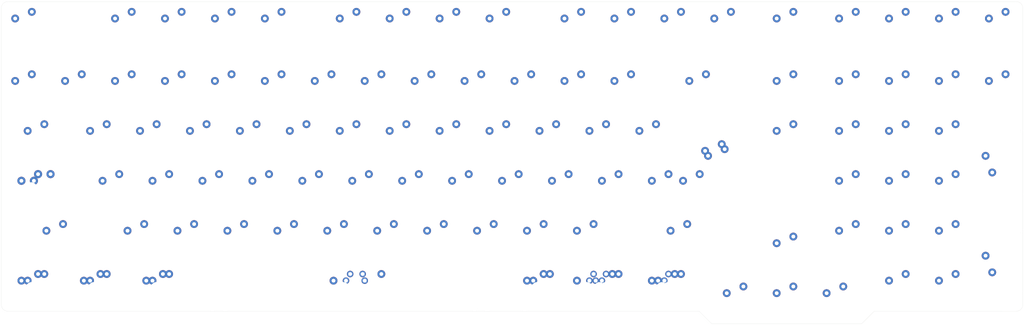
<source format=kicad_pcb>
(kicad_pcb (version 20171130) (host pcbnew "(5.1.5)-3")
  (layers (0 F.Cu signal) (31 B.Cu signal) (34 B.Paste user) (35 F.Paste user) (36 B.SilkS user) (37 F.SilkS user) (38 B.Mask user hide) (39 F.Mask user) (44 Edge.Cuts user))
  (net 0 "")
  (net 1 "Net-(D1-Pad2)")
  (net 2 "Net-(D2-Pad2)")
  (net 3 "Net-(D3-Pad2)")
  (net 4 "Net-(D4-Pad2)")
  (net 5 "Net-(D5-Pad2)")
  (net 6 "Net-(D6-Pad2)")
  (net 7 "Net-(D7-Pad2)")
  (net 8 "Net-(D8-Pad2)")
  (net 9 "Net-(D9-Pad2)")
  (net 10 "Net-(D10-Pad2)")
  (net 11 "Net-(D11-Pad2)")
  (net 12 "Net-(D12-Pad2)")
  (net 13 "Net-(D13-Pad2)")
  (net 14 "Net-(D14-Pad2)")
  (net 15 "Net-(D15-Pad2)")
  (net 16 "Net-(D16-Pad2)")
  (net 17 "Net-(D17-Pad2)")
  (net 18 "Net-(D18-Pad2)")
  (net 19 "Net-(D19-Pad2)")
  (net 20 "Net-(D20-Pad2)")
  (net 21 "Net-(D21-Pad2)")
  (net 22 "Net-(D22-Pad2)")
  (net 23 "Net-(D23-Pad2)")
  (net 24 "Net-(D24-Pad2)")
  (net 25 "Net-(D25-Pad2)")
  (net 26 "Net-(D26-Pad2)")
  (net 27 "Net-(D27-Pad2)")
  (net 28 "Net-(D28-Pad2)")
  (net 29 "Net-(D29-Pad2)")
  (net 30 "Net-(D30-Pad2)")
  (net 31 "Net-(D31-Pad2)")
  (net 32 "Net-(D32-Pad2)")
  (net 33 "Net-(D33-Pad2)")
  (net 34 "Net-(D35-Pad2)")
  (net 35 "Net-(D36-Pad2)")
  (net 36 "Net-(D37-Pad2)")
  (net 37 "Net-(D38-Pad2)")
  (net 38 "Net-(D39-Pad2)")
  (net 39 "Net-(D40-Pad2)")
  (net 40 "Net-(D41-Pad2)")
  (net 41 "Net-(D42-Pad2)")
  (net 42 "Net-(D43-Pad2)")
  (net 43 "Net-(D44-Pad2)")
  (net 44 "Net-(D45-Pad2)")
  (net 45 "Net-(D46-Pad2)")
  (net 46 "Net-(D47-Pad2)")
  (net 47 "Net-(D48-Pad2)")
  (net 48 "Net-(D49-Pad2)")
  (net 49 "Net-(D50-Pad2)")
  (net 50 "Net-(D51-Pad2)")
  (net 51 "Net-(D52-Pad2)")
  (net 52 "Net-(D53-Pad2)")
  (net 53 "Net-(D54-Pad2)")
  (net 54 "Net-(D55-Pad2)")
  (net 55 "Net-(D56-Pad2)")
  (net 56 "Net-(D57-Pad2)")
  (net 57 "Net-(D58-Pad2)")
  (net 58 "Net-(D59-Pad2)")
  (net 59 "Net-(D60-Pad2)")
  (net 60 "Net-(D61-Pad2)")
  (net 61 "Net-(D62-Pad2)")
  (net 62 "Net-(D63-Pad2)")
  (net 63 "Net-(D64-Pad2)")
  (net 64 "Net-(D65-Pad2)")
  (net 65 "Net-(D66-Pad2)")
  (net 66 "Net-(D67-Pad2)")
  (net 67 "Net-(D68-Pad2)")
  (net 68 "Net-(D69-Pad2)")
  (net 69 "Net-(D70-Pad2)")
  (net 70 "Net-(D71-Pad2)")
  (net 71 "Net-(D72-Pad2)")
  (net 72 "Net-(D73-Pad2)")
  (net 73 "Net-(D74-Pad2)")
  (net 74 "Net-(D75-Pad2)")
  (net 75 "Net-(D76-Pad2)")
  (net 76 "Net-(D77-Pad2)")
  (net 77 "Net-(D78-Pad2)")
  (net 78 "Net-(D79-Pad2)")
  (net 79 "Net-(D80-Pad2)")
  (net 80 "Net-(D81-Pad2)")
  (net 81 "Net-(D82-Pad2)")
  (net 82 "Net-(D83-Pad2)")
  (net 83 "Net-(D84-Pad2)")
  (net 84 "Net-(D85-Pad2)")
  (net 85 "Net-(D86-Pad2)")
  (net 86 "Net-(D87-Pad2)")
  (net 87 "Net-(D88-Pad2)")
  (net 88 "Net-(D89-Pad2)")
  (net 89 "Net-(D90-Pad2)")
  (net 90 "Net-(D91-Pad2)")
  (net 91 "Net-(D92-Pad2)")
  (net 92 "Net-(D93-Pad2)")
  (net 93 "Net-(D94-Pad2)")
  (net 94 "Net-(D95-Pad2)")
  (net 95 "Net-(D96-Pad2)")
  (net 96 "Net-(D97-Pad2)")
  (net 97 "Net-(D98-Pad2)")
  (net 98 "Net-(D99-Pad2)")
  (net 99 "Net-(D100-Pad2)")
  (net 100 "Net-(D101-Pad2)")
  (net 101 Col15)
  (net 102 Col6)
  (net 103 Col7)
  (net 104 Col8)
  (net 105 Col9)
  (net 106 Col10)
  (net 107 Col11)
  (net 108 Col12)
  (net 109 Col13)
  (net 110 Col14)
  (net 111 Col16)
  (net 112 Col17)
  (net 113 Col5)
  (net 114 Col18)
  (net 115 Col4)
  (net 116 Col0)
  (net 117 Col1)
  (net 118 Col2)
  (net 119 Col3)
  (net 120 "Net-(D34-Pad2)")
  (module MX_Only_v2:MXOnly-2U-ReversedStabilizers-NoLED (layer F.Cu) (at 406.781 113.856 90)
    (fp_text reference MX_numEnter1)
    (fp_text value 2U)
    (pad 2 thru_hole circle (at 2.54 -5.08 90) (size 3 3) (drill 1.47) (layers *.Cu *.Mask) (net 4 "Net-(D4-Pad2)"))
    (pad "" np_thru_hole circle (at 0 0 90) (size 3.9878 3.9878) (drill 3.9878) (layers *.Cu *.Mask))
    (pad 1 thru_hole circle (at -3.81 -2.54 90) (size 3 3) (drill 1.47) (layers *.Cu *.Mask) (net 116 Col0))
    (pad "" np_thru_hole circle (at -5.08 0 138.0996) (size 1.75 1.75) (drill 1.75) (layers *.Cu *.Mask))
    (pad "" np_thru_hole circle (at 5.08 0 138.0996) (size 1.75 1.75) (drill 1.75) (layers *.Cu *.Mask))
    (pad "" np_thru_hole circle (at -11.90625 6.985 90) (size 3.048 3.048) (drill 3.048) (layers *.Cu *.Mask))
    (pad "" np_thru_hole circle (at 11.90625 6.985 90) (size 3.048 3.048) (drill 3.048) (layers *.Cu *.Mask))
    (pad "" np_thru_hole circle (at -11.90625 -8.255 90) (size 3.9878 3.9878) (drill 3.9878) (layers *.Cu *.Mask))
    (pad "" np_thru_hole circle (at 11.90625 -8.255 90) (size 3.9878 3.9878) (drill 3.9878) (layers *.Cu *.Mask))
  )
  (module MX_Only_v2:MXOnly-2U-ReversedStabilizers-NoLED (layer F.Cu) (at 406.781 75.756 90)
    (fp_text reference MX_num+1)
    (fp_text value "2U FLIPPED")
    (pad 2 thru_hole circle (at 2.54 -5.08 90) (size 3 3) (drill 1.47) (layers *.Cu *.Mask) (net 3 "Net-(D3-Pad2)"))
    (pad "" np_thru_hole circle (at 0 0 90) (size 3.9878 3.9878) (drill 3.9878) (layers *.Cu *.Mask))
    (pad 1 thru_hole circle (at -3.81 -2.54 90) (size 3 3) (drill 1.47) (layers *.Cu *.Mask) (net 116 Col0))
    (pad "" np_thru_hole circle (at -5.08 0 138.0996) (size 1.75 1.75) (drill 1.75) (layers *.Cu *.Mask))
    (pad "" np_thru_hole circle (at 5.08 0 138.0996) (size 1.75 1.75) (drill 1.75) (layers *.Cu *.Mask))
    (pad "" np_thru_hole circle (at -11.90625 6.985 90) (size 3.048 3.048) (drill 3.048) (layers *.Cu *.Mask))
    (pad "" np_thru_hole circle (at 11.90625 6.985 90) (size 3.048 3.048) (drill 3.048) (layers *.Cu *.Mask))
    (pad "" np_thru_hole circle (at -11.90625 -8.255 90) (size 3.9878 3.9878) (drill 3.9878) (layers *.Cu *.Mask))
    (pad "" np_thru_hole circle (at 11.90625 -8.255 90) (size 3.9878 3.9878) (drill 3.9878) (layers *.Cu *.Mask))
  )
  (module MX_Only_v2:MXOnly-1.25U-NoLED (layer F.Cu) (at 344.8685 128.144)
    (fp_text reference MX_right1)
    (fp_text value 1U)
    (pad 2 thru_hole circle (at 2.54 -5.08) (size 3 3) (drill 1.47) (layers *.Cu *.Mask) (net 33 "Net-(D33-Pad2)"))
    (pad "" np_thru_hole circle (at 0 0) (size 3.9878 3.9878) (drill 3.9878) (layers *.Cu *.Mask))
    (pad 1 thru_hole circle (at -3.81 -2.54) (size 3 3) (drill 1.47) (layers *.Cu *.Mask) (net 113 Col5))
    (pad "" np_thru_hole circle (at -5.08 0 48.0996) (size 1.75 1.75) (drill 1.75) (layers *.Cu *.Mask))
    (pad "" np_thru_hole circle (at 5.08 0 48.0996) (size 1.75 1.75) (drill 1.75) (layers *.Cu *.Mask))
  )
  (module MX_Only_v2:MXOnly-1.25U-NoLED (layer F.Cu) (at 325.8185 128.144)
    (fp_text reference MX_Down1)
    (fp_text value 1U)
    (pad 2 thru_hole circle (at 2.54 -5.08) (size 3 3) (drill 1.47) (layers *.Cu *.Mask) (net 27 "Net-(D27-Pad2)"))
    (pad "" np_thru_hole circle (at 0 0) (size 3.9878 3.9878) (drill 3.9878) (layers *.Cu *.Mask))
    (pad 1 thru_hole circle (at -3.81 -2.54) (size 3 3) (drill 1.47) (layers *.Cu *.Mask) (net 115 Col4))
    (pad "" np_thru_hole circle (at -5.08 0 48.0996) (size 1.75 1.75) (drill 1.75) (layers *.Cu *.Mask))
    (pad "" np_thru_hole circle (at 5.08 0 48.0996) (size 1.75 1.75) (drill 1.75) (layers *.Cu *.Mask))
  )
  (module MX_Only_v2:MXOnly-1.25U-NoLED (layer F.Cu) (at 306.7685 128.144)
    (fp_text reference MX_Left1)
    (fp_text value 1U)
    (pad 2 thru_hole circle (at 2.54 -5.08) (size 3 3) (drill 1.47) (layers *.Cu *.Mask) (net 22 "Net-(D22-Pad2)"))
    (pad "" np_thru_hole circle (at 0 0) (size 3.9878 3.9878) (drill 3.9878) (layers *.Cu *.Mask))
    (pad 1 thru_hole circle (at -3.81 -2.54) (size 3 3) (drill 1.47) (layers *.Cu *.Mask) (net 119 Col3))
    (pad "" np_thru_hole circle (at -5.08 0 48.0996) (size 1.75 1.75) (drill 1.75) (layers *.Cu *.Mask))
    (pad "" np_thru_hole circle (at 5.08 0 48.0996) (size 1.75 1.75) (drill 1.75) (layers *.Cu *.Mask))
  )
  (module MX_Only_v2:MXOnly-1.25U-NoLED (layer F.Cu) (at 280.5745 123.381)
    (fp_text reference MX_RControl1)
    (fp_text value "1,25U NoLed")
    (pad 2 thru_hole circle (at 2.54 -5.08) (size 3 3) (drill 1.47) (layers *.Cu *.Mask) (net 100 "Net-(D101-Pad2)"))
    (pad "" np_thru_hole circle (at 0 0) (size 3.9878 3.9878) (drill 3.9878) (layers *.Cu *.Mask))
    (pad 1 thru_hole circle (at -3.81 -2.54) (size 3 3) (drill 1.47) (layers *.Cu *.Mask) (net 114 Col18))
    (pad "" np_thru_hole circle (at -5.08 0 48.0996) (size 1.75 1.75) (drill 1.75) (layers *.Cu *.Mask))
    (pad "" np_thru_hole circle (at 5.08 0 48.0996) (size 1.75 1.75) (drill 1.75) (layers *.Cu *.Mask))
  )
  (module MX_Only_v2:MXOnly-1.25U-NoLED (layer F.Cu) (at 282.95575 123.381)
    (fp_text reference MX_RControl2)
    (fp_text value "1U FLIPPED")
    (pad 2 thru_hole circle (at 2.54 -5.08) (size 3 3) (drill 1.47) (layers *.Cu *.Mask) (net 100 "Net-(D101-Pad2)"))
    (pad "" np_thru_hole circle (at 0 0) (size 3.9878 3.9878) (drill 3.9878) (layers *.Cu *.Mask))
    (pad 1 thru_hole circle (at -3.81 -2.54) (size 2.5 2.5) (drill 1.47) (layers *.Cu *.Mask) (net 114 Col18))
    (pad "" np_thru_hole circle (at -5.08 0 48.0996) (size 1.75 1.75) (drill 1.75) (layers *.Cu *.Mask))
    (pad "" np_thru_hole circle (at 5.08 0 48.0996) (size 1.75 1.75) (drill 1.75) (layers *.Cu *.Mask))
  )
  (module MX_Only_v2:MXOnly-1.25U-NoLED (layer F.Cu) (at 278.19325 123.381)
    (fp_text reference MX_RControl3)
    (fp_text value "1,5U FLIPPED")
    (pad 2 thru_hole circle (at 2.54 -5.08) (size 2.5 2.5) (drill 1.47) (layers *.Cu *.Mask) (net 100 "Net-(D101-Pad2)"))
    (pad "" np_thru_hole circle (at 0 0) (size 3.9878 3.9878) (drill 3.9878) (layers *.Cu *.Mask))
    (pad 1 thru_hole circle (at -3.81 -2.54) (size 3 3) (drill 1.47) (layers *.Cu *.Mask) (net 114 Col18))
    (pad "" np_thru_hole circle (at -5.08 0 48.0996) (size 1.75 1.75) (drill 1.75) (layers *.Cu *.Mask))
    (pad "" np_thru_hole circle (at 5.08 0 48.0996) (size 1.75 1.75) (drill 1.75) (layers *.Cu *.Mask))
  )
  (module MX_Only_v2:MXOnly-1.25U-NoLED (layer F.Cu) (at 254.38075 123.381)
    (fp_text reference MX_RWin3)
    (fp_text value 1U)
    (pad 2 thru_hole circle (at 2.54 -5.08) (size 2.5 2.5) (drill 1.47) (layers *.Cu *.Mask) (net 91 "Net-(D92-Pad2)"))
    (pad "" np_thru_hole circle (at 0 0) (size 3.9878 3.9878) (drill 3.9878) (layers *.Cu *.Mask))
    (pad 1 thru_hole circle (at -3.81 -2.54) (size 2.5 2.5) (drill 1.47) (layers *.Cu *.Mask) (net 111 Col16))
    (pad "" np_thru_hole circle (at -5.08 0 48.0996) (size 1.75 1.75) (drill 1.75) (layers *.Cu *.Mask))
    (pad "" np_thru_hole circle (at 5.08 0 48.0996) (size 1.75 1.75) (drill 1.75) (layers *.Cu *.Mask))
  )
  (module MX_Only_v2:MXOnly-1.25U-NoLED (layer F.Cu) (at 249.61825 123.381)
    (fp_text reference MX_RAlt4)
    (fp_text value 1,5U)
    (pad 2 thru_hole circle (at 2.54 -5.08) (size 2.5 2.5) (drill 1.47) (layers *.Cu *.Mask) (net 91 "Net-(D92-Pad2)"))
    (pad "" np_thru_hole circle (at 0 0) (size 3.9878 3.9878) (drill 3.9878) (layers *.Cu *.Mask))
    (pad 1 thru_hole circle (at -3.81 -2.54) (size 3 3) (drill 1.47) (layers *.Cu *.Mask) (net 111 Col16))
    (pad "" np_thru_hole circle (at -5.08 0 48.0996) (size 1.75 1.75) (drill 1.75) (layers *.Cu *.Mask))
    (pad "" np_thru_hole circle (at 5.08 0 48.0996) (size 1.75 1.75) (drill 1.75) (layers *.Cu *.Mask))
  )
  (module MX_Only_v2:MXOnly-1.25U-NoLED (layer F.Cu) (at 259.14325 123.381)
    (fp_text reference MX_RWin2)
    (fp_text value 1,5U)
    (pad 2 thru_hole circle (at 2.54 -5.08) (size 3 3) (drill 1.47) (layers *.Cu *.Mask) (net 91 "Net-(D92-Pad2)"))
    (pad "" np_thru_hole circle (at 0 0) (size 3.9878 3.9878) (drill 3.9878) (layers *.Cu *.Mask))
    (pad 1 thru_hole circle (at -3.81 -2.54) (size 2.5 2.5) (drill 1.47) (layers *.Cu *.Mask) (net 111 Col16))
    (pad "" np_thru_hole circle (at -5.08 0 48.0996) (size 1.75 1.75) (drill 1.75) (layers *.Cu *.Mask))
    (pad "" np_thru_hole circle (at 5.08 0 48.0996) (size 1.75 1.75) (drill 1.75) (layers *.Cu *.Mask))
  )
  (module MX_Only_v2:MXOnly-1.25U-NoLED (layer F.Cu) (at 256.762 123.381)
    (fp_text reference MX_RWin1)
    (fp_text value NoLed)
    (pad 2 thru_hole circle (at 2.54 -5.08) (size 3 3) (drill 1.47) (layers *.Cu *.Mask) (net 91 "Net-(D92-Pad2)"))
    (pad "" np_thru_hole circle (at 0 0) (size 3.9878 3.9878) (drill 3.9878) (layers *.Cu *.Mask))
    (pad 1 thru_hole circle (at -3.81 -2.54) (size 2.5 2.5) (drill 1.47) (layers *.Cu *.Mask) (net 111 Col16))
    (pad "" np_thru_hole circle (at -5.08 0 48.0996) (size 1.75 1.75) (drill 1.75) (layers *.Cu *.Mask))
    (pad "" np_thru_hole circle (at 5.08 0 48.0996) (size 1.75 1.75) (drill 1.75) (layers *.Cu *.Mask))
  )
  (module MX_Only_v2:MXOnly-1.25U-NoLED (layer F.Cu) (at 230.56825 123.381)
    (fp_text reference MX_RAlt2)
    (fp_text value "1,5U FLIPPED")
    (pad 2 thru_hole circle (at 2.54 -5.08) (size 3 3) (drill 1.47) (layers *.Cu *.Mask) (net 86 "Net-(D87-Pad2)"))
    (pad "" np_thru_hole circle (at 0 0) (size 3.9878 3.9878) (drill 3.9878) (layers *.Cu *.Mask))
    (pad 1 thru_hole circle (at -3.81 -2.54) (size 3 3) (drill 1.47) (layers *.Cu *.Mask) (net 101 Col15))
    (pad "" np_thru_hole circle (at -5.08 0 48.0996) (size 1.75 1.75) (drill 1.75) (layers *.Cu *.Mask))
    (pad "" np_thru_hole circle (at 5.08 0 48.0996) (size 1.75 1.75) (drill 1.75) (layers *.Cu *.Mask))
  )
  (module MX_Only_v2:MXOnly-1.25U-NoLED (layer F.Cu) (at 232.9495 123.381)
    (fp_text reference MX_RAlt1)
    (fp_text value 1,25U)
    (pad 2 thru_hole circle (at 2.54 -5.08) (size 3 3) (drill 1.47) (layers *.Cu *.Mask) (net 86 "Net-(D87-Pad2)"))
    (pad "" np_thru_hole circle (at 0 0) (size 3.9878 3.9878) (drill 3.9878) (layers *.Cu *.Mask))
    (pad 1 thru_hole circle (at -3.81 -2.54) (size 3 3) (drill 1.47) (layers *.Cu *.Mask) (net 101 Col15))
    (pad "" np_thru_hole circle (at -5.08 0 48.0996) (size 1.75 1.75) (drill 1.75) (layers *.Cu *.Mask))
    (pad "" np_thru_hole circle (at 5.08 0 48.0996) (size 1.75 1.75) (drill 1.75) (layers *.Cu *.Mask))
  )
  (module MX_Only_v2:MXOnly-7U-ReversedStabilizers-NoLED (layer F.Cu) (at 168.65575 123.381)
    (fp_text reference MX_SpaceBar3)
    (fp_text value 7U)
    (pad 2 thru_hole circle (at 2.54 -5.08) (size 3 3) (drill 1.47) (layers *.Cu *.Mask) (net 65 "Net-(D66-Pad2)"))
    (pad "" np_thru_hole circle (at 0 0) (size 3.9878 3.9878) (drill 3.9878) (layers *.Cu *.Mask))
    (pad 1 thru_hole circle (at -3.81 -2.54) (size 2.5 2.5) (drill 1.47) (layers *.Cu *.Mask) (net 107 Col11))
    (pad "" np_thru_hole circle (at -5.08 0 48.0996) (size 1.75 1.75) (drill 1.75) (layers *.Cu *.Mask))
    (pad "" np_thru_hole circle (at 5.08 0 48.0996) (size 1.75 1.75) (drill 1.75) (layers *.Cu *.Mask))
    (pad "" np_thru_hole circle (at -57.15 6.985) (size 3.048 3.048) (drill 3.048) (layers *.Cu *.Mask))
    (pad "" np_thru_hole circle (at 57.15 6.985) (size 3.048 3.048) (drill 3.048) (layers *.Cu *.Mask))
    (pad "" np_thru_hole circle (at -57.15 -8.255) (size 3.9878 3.9878) (drill 3.9878) (layers *.Cu *.Mask))
    (pad "" np_thru_hole circle (at 57.15 -8.255) (size 3.9878 3.9878) (drill 3.9878) (layers *.Cu *.Mask))
  )
  (module MX_Only_v2:MXOnly-6.25U-ReversedStabilizers-NoLED (layer F.Cu) (at 156.7495 123.381)
    (fp_text reference MX_SpaceBar2)
    (fp_text value "6,25U FLIPPED")
    (pad 2 thru_hole circle (at 2.54 -5.08) (size 2.5 2.5) (drill 1.47) (layers *.Cu *.Mask) (net 65 "Net-(D66-Pad2)"))
    (pad "" np_thru_hole circle (at 0 0) (size 3.9878 3.9878) (drill 3.9878) (layers *.Cu *.Mask))
    (pad 1 thru_hole circle (at -3.81 -2.54) (size 3 3) (drill 1.47) (layers *.Cu *.Mask) (net 107 Col11))
    (pad "" np_thru_hole circle (at -5.08 0 48.0996) (size 1.75 1.75) (drill 1.75) (layers *.Cu *.Mask))
    (pad "" np_thru_hole circle (at 5.08 0 48.0996) (size 1.75 1.75) (drill 1.75) (layers *.Cu *.Mask))
    (pad "" np_thru_hole circle (at -49.9999 6.985) (size 3.048 3.048) (drill 3.048) (layers *.Cu *.Mask))
    (pad "" np_thru_hole circle (at 49.9999 6.985) (size 3.048 3.048) (drill 3.048) (layers *.Cu *.Mask))
    (pad "" np_thru_hole circle (at -49.9999 -8.255) (size 3.9878 3.9878) (drill 3.9878) (layers *.Cu *.Mask))
    (pad "" np_thru_hole circle (at 49.9999 -8.255) (size 3.9878 3.9878) (drill 3.9878) (layers *.Cu *.Mask))
  )
  (module MX_Only_v2:MXOnly-6.25U-ReversedStabilizers-NoLED (layer F.Cu) (at 161.512 123.381)
    (fp_text reference MX_SpaceBar1)
    (fp_text value "6,25U FLIPPED")
    (pad 2 thru_hole circle (at 2.54 -5.08) (size 2.5 2.5) (drill 1.47) (layers *.Cu *.Mask) (net 65 "Net-(D66-Pad2)"))
    (pad "" np_thru_hole circle (at 0 0) (size 3.9878 3.9878) (drill 3.9878) (layers *.Cu *.Mask))
    (pad 1 thru_hole circle (at -3.81 -2.54) (size 2.5 2.5) (drill 1.47) (layers *.Cu *.Mask) (net 107 Col11))
    (pad "" np_thru_hole circle (at -5.08 0 48.0996) (size 1.75 1.75) (drill 1.75) (layers *.Cu *.Mask))
    (pad "" np_thru_hole circle (at 5.08 0 48.0996) (size 1.75 1.75) (drill 1.75) (layers *.Cu *.Mask))
    (pad "" np_thru_hole circle (at -49.9999 6.985) (size 3.048 3.048) (drill 3.048) (layers *.Cu *.Mask))
    (pad "" np_thru_hole circle (at 49.9999 6.985) (size 3.048 3.048) (drill 3.048) (layers *.Cu *.Mask))
    (pad "" np_thru_hole circle (at -49.9999 -8.255) (size 3.9878 3.9878) (drill 3.9878) (layers *.Cu *.Mask))
    (pad "" np_thru_hole circle (at 49.9999 -8.255) (size 3.9878 3.9878) (drill 3.9878) (layers *.Cu *.Mask))
  )
  (module MX_Only_v2:MXOnly-1.25U-NoLED (layer F.Cu) (at 87.69325 123.381)
    (fp_text reference MX_ALT1)
    (fp_text value 1,5U)
    (pad 2 thru_hole circle (at 2.54 -5.08) (size 3 3) (drill 1.47) (layers *.Cu *.Mask) (net 49 "Net-(D50-Pad2)"))
    (pad "" np_thru_hole circle (at 0 0) (size 3.9878 3.9878) (drill 3.9878) (layers *.Cu *.Mask))
    (pad 1 thru_hole circle (at -3.81 -2.54) (size 3 3) (drill 1.47) (layers *.Cu *.Mask) (net 104 Col8))
    (pad "" np_thru_hole circle (at -5.08 0 48.0996) (size 1.75 1.75) (drill 1.75) (layers *.Cu *.Mask))
    (pad "" np_thru_hole circle (at 5.08 0 48.0996) (size 1.75 1.75) (drill 1.75) (layers *.Cu *.Mask))
  )
  (module MX_Only_v2:MXOnly-1.25U-NoLED (layer F.Cu) (at 63.88075 123.381)
    (fp_text reference MX_LWin1)
    (fp_text value 1U)
    (pad 2 thru_hole circle (at 2.54 -5.08) (size 3 3) (drill 1.47) (layers *.Cu *.Mask) (net 43 "Net-(D44-Pad2)"))
    (pad "" np_thru_hole circle (at 0 0) (size 3.9878 3.9878) (drill 3.9878) (layers *.Cu *.Mask))
    (pad 1 thru_hole circle (at -3.81 -2.54) (size 3 3) (drill 1.47) (layers *.Cu *.Mask) (net 103 Col7))
    (pad "" np_thru_hole circle (at -5.08 0 48.0996) (size 1.75 1.75) (drill 1.75) (layers *.Cu *.Mask))
    (pad "" np_thru_hole circle (at 5.08 0 48.0996) (size 1.75 1.75) (drill 1.75) (layers *.Cu *.Mask))
  )
  (module MX_Only_v2:MXOnly-1.25U-NoLED (layer F.Cu) (at 40.06825 123.381)
    (fp_text reference MX_LControl1)
    (fp_text value 1,5U)
    (pad 2 thru_hole circle (at 2.54 -5.08) (size 3 3) (drill 1.47) (layers *.Cu *.Mask) (net 37 "Net-(D38-Pad2)"))
    (pad "" np_thru_hole circle (at 0 0) (size 3.9878 3.9878) (drill 3.9878) (layers *.Cu *.Mask))
    (pad 1 thru_hole circle (at -3.81 -2.54) (size 3 3) (drill 1.47) (layers *.Cu *.Mask) (net 102 Col6))
    (pad "" np_thru_hole circle (at -5.08 0 48.0996) (size 1.75 1.75) (drill 1.75) (layers *.Cu *.Mask))
    (pad "" np_thru_hole circle (at 5.08 0 48.0996) (size 1.75 1.75) (drill 1.75) (layers *.Cu *.Mask))
  )
  (module MX_Only_v2:MXOnly-1.25U-NoLED (layer F.Cu) (at 85.312 123.381)
    (fp_text reference MX_ALT2)
    (fp_text value "1,25U FLIPPED")
    (pad 2 thru_hole circle (at 2.54 -5.08) (size 3 3) (drill 1.47) (layers *.Cu *.Mask) (net 49 "Net-(D50-Pad2)"))
    (pad "" np_thru_hole circle (at 0 0) (size 3.9878 3.9878) (drill 3.9878) (layers *.Cu *.Mask))
    (pad 1 thru_hole circle (at -3.81 -2.54) (size 3 3) (drill 1.47) (layers *.Cu *.Mask) (net 104 Col8))
    (pad "" np_thru_hole circle (at -5.08 0 48.0996) (size 1.75 1.75) (drill 1.75) (layers *.Cu *.Mask))
    (pad "" np_thru_hole circle (at 5.08 0 48.0996) (size 1.75 1.75) (drill 1.75) (layers *.Cu *.Mask))
  )
  (module MX_Only_v2:MXOnly-1.25U-NoLED (layer F.Cu) (at 61.4995 123.381)
    (fp_text reference MX_LWin2)
    (fp_text value "1,25U NoLed")
    (pad 2 thru_hole circle (at 2.54 -5.08) (size 3 3) (drill 1.47) (layers *.Cu *.Mask) (net 43 "Net-(D44-Pad2)"))
    (pad "" np_thru_hole circle (at 0 0) (size 3.9878 3.9878) (drill 3.9878) (layers *.Cu *.Mask))
    (pad 1 thru_hole circle (at -3.81 -2.54) (size 3 3) (drill 1.47) (layers *.Cu *.Mask) (net 103 Col7))
    (pad "" np_thru_hole circle (at -5.08 0 48.0996) (size 1.75 1.75) (drill 1.75) (layers *.Cu *.Mask))
    (pad "" np_thru_hole circle (at 5.08 0 48.0996) (size 1.75 1.75) (drill 1.75) (layers *.Cu *.Mask))
  )
  (module MX_Only_v2:MXOnly-1.25U-NoLED (layer F.Cu) (at 37.687 123.381)
    (fp_text reference MX_LControl2)
    (fp_text value "1,25U FLIPPED")
    (pad 2 thru_hole circle (at 2.54 -5.08) (size 3 3) (drill 1.47) (layers *.Cu *.Mask) (net 37 "Net-(D38-Pad2)"))
    (pad "" np_thru_hole circle (at 0 0) (size 3.9878 3.9878) (drill 3.9878) (layers *.Cu *.Mask))
    (pad 1 thru_hole circle (at -3.81 -2.54) (size 3 3) (drill 1.47) (layers *.Cu *.Mask) (net 102 Col6))
    (pad "" np_thru_hole circle (at -5.08 0 48.0996) (size 1.75 1.75) (drill 1.75) (layers *.Cu *.Mask))
    (pad "" np_thru_hole circle (at 5.08 0 48.0996) (size 1.75 1.75) (drill 1.75) (layers *.Cu *.Mask))
  )
  (module MX_Only_v2:MXOnly-1U-NoLED (layer F.Cu) (at 368.681 123.381)
    (fp_text reference MX_num4)
    (fp_text value 1U)
    (pad 2 thru_hole circle (at 2.54 -5.08) (size 3 3) (drill 1.47) (layers *.Cu *.Mask) (net 10 "Net-(D10-Pad2)"))
    (pad "" np_thru_hole circle (at 0 0) (size 3.9878 3.9878) (drill 3.9878) (layers *.Cu *.Mask))
    (pad 1 thru_hole circle (at -3.81 -2.54) (size 3 3) (drill 1.47) (layers *.Cu *.Mask) (net 117 Col1))
    (pad "" np_thru_hole circle (at -5.08 0 48.0996) (size 1.75 1.75) (drill 1.75) (layers *.Cu *.Mask))
    (pad "" np_thru_hole circle (at 5.08 0 48.0996) (size 1.75 1.75) (drill 1.75) (layers *.Cu *.Mask))
  )
  (module MX_Only_v2:MXOnly-1U-NoLED (layer F.Cu) (at 387.731 123.381)
    (fp_text reference MX_numDel1)
    (fp_text value 1U)
    (pad 2 thru_hole circle (at 2.54 -5.08) (size 3 3) (drill 1.47) (layers *.Cu *.Mask) (net 16 "Net-(D16-Pad2)"))
    (pad "" np_thru_hole circle (at 0 0) (size 3.9878 3.9878) (drill 3.9878) (layers *.Cu *.Mask))
    (pad 1 thru_hole circle (at -3.81 -2.54) (size 3 3) (drill 1.47) (layers *.Cu *.Mask) (net 118 Col2))
    (pad "" np_thru_hole circle (at -5.08 0 48.0996) (size 1.75 1.75) (drill 1.75) (layers *.Cu *.Mask))
    (pad "" np_thru_hole circle (at 5.08 0 48.0996) (size 1.75 1.75) (drill 1.75) (layers *.Cu *.Mask))
  )
  (module MX_Only_v2:MXOnly-1U-NoLED (layer F.Cu) (at 387.731 104.331)
    (fp_text reference MX_num10)
    (fp_text value 1U)
    (pad 2 thru_hole circle (at 2.54 -5.08) (size 3 3) (drill 1.47) (layers *.Cu *.Mask) (net 21 "Net-(D21-Pad2)"))
    (pad "" np_thru_hole circle (at 0 0) (size 3.9878 3.9878) (drill 3.9878) (layers *.Cu *.Mask))
    (pad 1 thru_hole circle (at -3.81 -2.54) (size 3 3) (drill 1.47) (layers *.Cu *.Mask) (net 119 Col3))
    (pad "" np_thru_hole circle (at -5.08 0 48.0996) (size 1.75 1.75) (drill 1.75) (layers *.Cu *.Mask))
    (pad "" np_thru_hole circle (at 5.08 0 48.0996) (size 1.75 1.75) (drill 1.75) (layers *.Cu *.Mask))
  )
  (module MX_Only_v2:MXOnly-1U-NoLED (layer F.Cu) (at 368.681 104.331)
    (fp_text reference MX_num7)
    (fp_text value 1U)
    (pad 2 thru_hole circle (at 2.54 -5.08) (size 3 3) (drill 1.47) (layers *.Cu *.Mask) (net 15 "Net-(D15-Pad2)"))
    (pad "" np_thru_hole circle (at 0 0) (size 3.9878 3.9878) (drill 3.9878) (layers *.Cu *.Mask))
    (pad 1 thru_hole circle (at -3.81 -2.54) (size 3 3) (drill 1.47) (layers *.Cu *.Mask) (net 118 Col2))
    (pad "" np_thru_hole circle (at -5.08 0 48.0996) (size 1.75 1.75) (drill 1.75) (layers *.Cu *.Mask))
    (pad "" np_thru_hole circle (at 5.08 0 48.0996) (size 1.75 1.75) (drill 1.75) (layers *.Cu *.Mask))
  )
  (module MX_Only_v2:MXOnly-1U-NoLED (layer F.Cu) (at 349.631 104.331)
    (fp_text reference MX_num3)
    (fp_text value 1U)
    (pad 2 thru_hole circle (at 2.54 -5.08) (size 3 3) (drill 1.47) (layers *.Cu *.Mask) (net 9 "Net-(D9-Pad2)"))
    (pad "" np_thru_hole circle (at 0 0) (size 3.9878 3.9878) (drill 3.9878) (layers *.Cu *.Mask))
    (pad 1 thru_hole circle (at -3.81 -2.54) (size 3 3) (drill 1.47) (layers *.Cu *.Mask) (net 117 Col1))
    (pad "" np_thru_hole circle (at -5.08 0 48.0996) (size 1.75 1.75) (drill 1.75) (layers *.Cu *.Mask))
    (pad "" np_thru_hole circle (at 5.08 0 48.0996) (size 1.75 1.75) (drill 1.75) (layers *.Cu *.Mask))
  )
  (module MX_Only_v2:MXOnly-1U-NoLED (layer F.Cu) (at 325.8185 109.094)
    (fp_text reference MX_up1)
    (fp_text value 1U)
    (pad 2 thru_hole circle (at 2.54 -5.08) (size 3 3) (drill 1.47) (layers *.Cu *.Mask) (net 26 "Net-(D26-Pad2)"))
    (pad "" np_thru_hole circle (at 0 0) (size 3.9878 3.9878) (drill 3.9878) (layers *.Cu *.Mask))
    (pad 1 thru_hole circle (at -3.81 -2.54) (size 3 3) (drill 1.47) (layers *.Cu *.Mask) (net 115 Col4))
    (pad "" np_thru_hole circle (at -5.08 0 48.0996) (size 1.75 1.75) (drill 1.75) (layers *.Cu *.Mask))
    (pad "" np_thru_hole circle (at 5.08 0 48.0996) (size 1.75 1.75) (drill 1.75) (layers *.Cu *.Mask))
  )
  (module MX_Only_v2:MXOnly-2.75U-NoLED (layer F.Cu) (at 285.33725 104.331)
    (fp_text reference MX_RShift1)
    (fp_text value "2,75U FLIPPED")
    (pad 2 thru_hole circle (at 2.54 -5.08) (size 3 3) (drill 1.47) (layers *.Cu *.Mask) (net 99 "Net-(D100-Pad2)"))
    (pad "" np_thru_hole circle (at 0 0) (size 3.9878 3.9878) (drill 3.9878) (layers *.Cu *.Mask))
    (pad 1 thru_hole circle (at -3.81 -2.54) (size 3 3) (drill 1.47) (layers *.Cu *.Mask) (net 114 Col18))
    (pad "" np_thru_hole circle (at -5.08 0 48.0996) (size 1.75 1.75) (drill 1.75) (layers *.Cu *.Mask))
    (pad "" np_thru_hole circle (at 5.08 0 48.0996) (size 1.75 1.75) (drill 1.75) (layers *.Cu *.Mask))
    (pad "" np_thru_hole circle (at -11.90625 -6.985) (size 3.048 3.048) (drill 3.048) (layers *.Cu *.Mask))
    (pad "" np_thru_hole circle (at 11.90625 -6.985) (size 3.048 3.048) (drill 3.048) (layers *.Cu *.Mask))
    (pad "" np_thru_hole circle (at -11.90625 8.255) (size 3.9878 3.9878) (drill 3.9878) (layers *.Cu *.Mask))
    (pad "" np_thru_hole circle (at 11.90625 8.255) (size 3.9878 3.9878) (drill 3.9878) (layers *.Cu *.Mask))
  )
  (module MX_Only_v2:MXOnly-1U-NoLED (layer F.Cu) (at 249.6185 104.331)
    (fp_text reference MX_/?/1)
    (fp_text value 1U)
    (pad 2 thru_hole circle (at 2.54 -5.08) (size 3 3) (drill 1.47) (layers *.Cu *.Mask) (net 85 "Net-(D86-Pad2)"))
    (pad "" np_thru_hole circle (at 0 0) (size 3.9878 3.9878) (drill 3.9878) (layers *.Cu *.Mask))
    (pad 1 thru_hole circle (at -3.81 -2.54) (size 3 3) (drill 1.47) (layers *.Cu *.Mask) (net 101 Col15))
    (pad "" np_thru_hole circle (at -5.08 0 48.0996) (size 1.75 1.75) (drill 1.75) (layers *.Cu *.Mask))
    (pad "" np_thru_hole circle (at 5.08 0 48.0996) (size 1.75 1.75) (drill 1.75) (layers *.Cu *.Mask))
  )
  (module MX_Only_v2:MXOnly-1U-NoLED (layer F.Cu) (at 230.5685 104.331)
    (fp_text reference MX_>1)
    (fp_text value 1U)
    (pad 2 thru_hole circle (at 2.54 -5.08) (size 3 3) (drill 1.47) (layers *.Cu *.Mask) (net 80 "Net-(D81-Pad2)"))
    (pad "" np_thru_hole circle (at 0 0) (size 3.9878 3.9878) (drill 3.9878) (layers *.Cu *.Mask))
    (pad 1 thru_hole circle (at -3.81 -2.54) (size 3 3) (drill 1.47) (layers *.Cu *.Mask) (net 110 Col14))
    (pad "" np_thru_hole circle (at -5.08 0 48.0996) (size 1.75 1.75) (drill 1.75) (layers *.Cu *.Mask))
    (pad "" np_thru_hole circle (at 5.08 0 48.0996) (size 1.75 1.75) (drill 1.75) (layers *.Cu *.Mask))
  )
  (module MX_Only_v2:MXOnly-1U-NoLED (layer F.Cu) (at 211.5185 104.331)
    (fp_text reference MX_<1)
    (fp_text value 1U)
    (pad 2 thru_hole circle (at 2.54 -5.08) (size 3 3) (drill 1.47) (layers *.Cu *.Mask) (net 75 "Net-(D76-Pad2)"))
    (pad "" np_thru_hole circle (at 0 0) (size 3.9878 3.9878) (drill 3.9878) (layers *.Cu *.Mask))
    (pad 1 thru_hole circle (at -3.81 -2.54) (size 3 3) (drill 1.47) (layers *.Cu *.Mask) (net 109 Col13))
    (pad "" np_thru_hole circle (at -5.08 0 48.0996) (size 1.75 1.75) (drill 1.75) (layers *.Cu *.Mask))
    (pad "" np_thru_hole circle (at 5.08 0 48.0996) (size 1.75 1.75) (drill 1.75) (layers *.Cu *.Mask))
  )
  (module MX_Only_v2:MXOnly-1U-NoLED (layer F.Cu) (at 192.4685 104.331)
    (fp_text reference MX_m1)
    (fp_text value 1U)
    (pad 2 thru_hole circle (at 2.54 -5.08) (size 3 3) (drill 1.47) (layers *.Cu *.Mask) (net 70 "Net-(D71-Pad2)"))
    (pad "" np_thru_hole circle (at 0 0) (size 3.9878 3.9878) (drill 3.9878) (layers *.Cu *.Mask))
    (pad 1 thru_hole circle (at -3.81 -2.54) (size 3 3) (drill 1.47) (layers *.Cu *.Mask) (net 108 Col12))
    (pad "" np_thru_hole circle (at -5.08 0 48.0996) (size 1.75 1.75) (drill 1.75) (layers *.Cu *.Mask))
    (pad "" np_thru_hole circle (at 5.08 0 48.0996) (size 1.75 1.75) (drill 1.75) (layers *.Cu *.Mask))
  )
  (module MX_Only_v2:MXOnly-1U-NoLED (layer F.Cu) (at 173.4185 104.331)
    (fp_text reference MX_n1)
    (fp_text value 1U)
    (pad 2 thru_hole circle (at 2.54 -5.08) (size 3 3) (drill 1.47) (layers *.Cu *.Mask) (net 64 "Net-(D65-Pad2)"))
    (pad "" np_thru_hole circle (at 0 0) (size 3.9878 3.9878) (drill 3.9878) (layers *.Cu *.Mask))
    (pad 1 thru_hole circle (at -3.81 -2.54) (size 3 3) (drill 1.47) (layers *.Cu *.Mask) (net 107 Col11))
    (pad "" np_thru_hole circle (at -5.08 0 48.0996) (size 1.75 1.75) (drill 1.75) (layers *.Cu *.Mask))
    (pad "" np_thru_hole circle (at 5.08 0 48.0996) (size 1.75 1.75) (drill 1.75) (layers *.Cu *.Mask))
  )
  (module MX_Only_v2:MXOnly-1U-NoLED (layer F.Cu) (at 154.3685 104.331)
    (fp_text reference MX_b1)
    (fp_text value 1U)
    (pad 2 thru_hole circle (at 2.54 -5.08) (size 3 3) (drill 1.47) (layers *.Cu *.Mask) (net 59 "Net-(D60-Pad2)"))
    (pad "" np_thru_hole circle (at 0 0) (size 3.9878 3.9878) (drill 3.9878) (layers *.Cu *.Mask))
    (pad 1 thru_hole circle (at -3.81 -2.54) (size 3 3) (drill 1.47) (layers *.Cu *.Mask) (net 106 Col10))
    (pad "" np_thru_hole circle (at -5.08 0 48.0996) (size 1.75 1.75) (drill 1.75) (layers *.Cu *.Mask))
    (pad "" np_thru_hole circle (at 5.08 0 48.0996) (size 1.75 1.75) (drill 1.75) (layers *.Cu *.Mask))
  )
  (module MX_Only_v2:MXOnly-1U-NoLED (layer F.Cu) (at 135.3185 104.331)
    (fp_text reference MX_v1)
    (fp_text value 1U)
    (pad 2 thru_hole circle (at 2.54 -5.08) (size 3 3) (drill 1.47) (layers *.Cu *.Mask) (net 54 "Net-(D55-Pad2)"))
    (pad "" np_thru_hole circle (at 0 0) (size 3.9878 3.9878) (drill 3.9878) (layers *.Cu *.Mask))
    (pad 1 thru_hole circle (at -3.81 -2.54) (size 3 3) (drill 1.47) (layers *.Cu *.Mask) (net 105 Col9))
    (pad "" np_thru_hole circle (at -5.08 0 48.0996) (size 1.75 1.75) (drill 1.75) (layers *.Cu *.Mask))
    (pad "" np_thru_hole circle (at 5.08 0 48.0996) (size 1.75 1.75) (drill 1.75) (layers *.Cu *.Mask))
  )
  (module MX_Only_v2:MXOnly-1U-NoLED (layer F.Cu) (at 116.2685 104.331)
    (fp_text reference MX_c1)
    (fp_text value 1U)
    (pad 2 thru_hole circle (at 2.54 -5.08) (size 3 3) (drill 1.47) (layers *.Cu *.Mask) (net 48 "Net-(D49-Pad2)"))
    (pad "" np_thru_hole circle (at 0 0) (size 3.9878 3.9878) (drill 3.9878) (layers *.Cu *.Mask))
    (pad 1 thru_hole circle (at -3.81 -2.54) (size 3 3) (drill 1.47) (layers *.Cu *.Mask) (net 104 Col8))
    (pad "" np_thru_hole circle (at -5.08 0 48.0996) (size 1.75 1.75) (drill 1.75) (layers *.Cu *.Mask))
    (pad "" np_thru_hole circle (at 5.08 0 48.0996) (size 1.75 1.75) (drill 1.75) (layers *.Cu *.Mask))
  )
  (module MX_Only_v2:MXOnly-1U-NoLED (layer F.Cu) (at 97.2185 104.331)
    (fp_text reference MX_x1)
    (fp_text value 1U)
    (pad 2 thru_hole circle (at 2.54 -5.08) (size 3 3) (drill 1.47) (layers *.Cu *.Mask) (net 42 "Net-(D43-Pad2)"))
    (pad "" np_thru_hole circle (at 0 0) (size 3.9878 3.9878) (drill 3.9878) (layers *.Cu *.Mask))
    (pad 1 thru_hole circle (at -3.81 -2.54) (size 3 3) (drill 1.47) (layers *.Cu *.Mask) (net 103 Col7))
    (pad "" np_thru_hole circle (at -5.08 0 48.0996) (size 1.75 1.75) (drill 1.75) (layers *.Cu *.Mask))
    (pad "" np_thru_hole circle (at 5.08 0 48.0996) (size 1.75 1.75) (drill 1.75) (layers *.Cu *.Mask))
  )
  (module MX_Only_v2:MXOnly-1U-NoLED (layer F.Cu) (at 78.1685 104.331)
    (fp_text reference MX_z1)
    (fp_text value 1U)
    (pad 2 thru_hole circle (at 2.54 -5.08) (size 3 3) (drill 1.47) (layers *.Cu *.Mask) (net 36 "Net-(D37-Pad2)"))
    (pad "" np_thru_hole circle (at 0 0) (size 3.9878 3.9878) (drill 3.9878) (layers *.Cu *.Mask))
    (pad 1 thru_hole circle (at -3.81 -2.54) (size 3 3) (drill 1.47) (layers *.Cu *.Mask) (net 102 Col6))
    (pad "" np_thru_hole circle (at -5.08 0 48.0996) (size 1.75 1.75) (drill 1.75) (layers *.Cu *.Mask))
    (pad "" np_thru_hole circle (at 5.08 0 48.0996) (size 1.75 1.75) (drill 1.75) (layers *.Cu *.Mask))
  )
  (module MX_Only_v2:MXOnly-2.25U-NoLED (layer F.Cu) (at 47.21225 104.331)
    (fp_text reference MX_LShift1)
    (fp_text value 2,25U)
    (pad 2 thru_hole circle (at 2.54 -5.08) (size 3 3) (drill 1.47) (layers *.Cu *.Mask) (net 32 "Net-(D32-Pad2)"))
    (pad "" np_thru_hole circle (at 0 0) (size 3.9878 3.9878) (drill 3.9878) (layers *.Cu *.Mask))
    (pad 1 thru_hole circle (at -3.81 -2.54) (size 3 3) (drill 1.47) (layers *.Cu *.Mask) (net 113 Col5))
    (pad "" np_thru_hole circle (at -5.08 0 48.0996) (size 1.75 1.75) (drill 1.75) (layers *.Cu *.Mask))
    (pad "" np_thru_hole circle (at 5.08 0 48.0996) (size 1.75 1.75) (drill 1.75) (layers *.Cu *.Mask))
    (pad "" np_thru_hole circle (at -11.90625 -6.985) (size 3.048 3.048) (drill 3.048) (layers *.Cu *.Mask))
    (pad "" np_thru_hole circle (at 11.90625 -6.985) (size 3.048 3.048) (drill 3.048) (layers *.Cu *.Mask))
    (pad "" np_thru_hole circle (at -11.90625 8.255) (size 3.9878 3.9878) (drill 3.9878) (layers *.Cu *.Mask))
    (pad "" np_thru_hole circle (at 11.90625 8.255) (size 3.9878 3.9878) (drill 3.9878) (layers *.Cu *.Mask))
  )
  (module MX_Only_v2:MXOnly-1U-NoLED (layer F.Cu) (at 42.44975 85.281)
    (fp_text reference MX_CapLk2)
    (fp_text value "1,75U ")
    (pad 2 thru_hole circle (at 2.54 -5.08) (size 3.1 3.1) (drill 1.47) (layers *.Cu *.Mask) (net 31 "Net-(D31-Pad2)"))
    (pad "" np_thru_hole circle (at 0 0) (size 3.9878 3.9878) (drill 3.9878) (layers *.Cu *.Mask))
    (pad 1 thru_hole circle (at -3.81 -2.54) (size 3.1 3.1) (drill 1.47) (layers *.Cu *.Mask) (net 113 Col5))
    (pad "" np_thru_hole circle (at -5.08 0 48.0996) (size 1.75 1.75) (drill 1.75) (layers *.Cu *.Mask))
    (pad "" np_thru_hole circle (at 5.08 0 48.0996) (size 1.75 1.75) (drill 1.75) (layers *.Cu *.Mask))
  )
  (module MX_Only_v2:MXOnly-1U-NoLED (layer F.Cu) (at 37.68675 85.281)
    (fp_text reference MX_CapLk1)
    (fp_text value "1,25U FLIPPED")
    (pad 2 thru_hole circle (at 2.54 -5.08) (size 3.1 3.1) (drill 1.47) (layers *.Cu *.Mask) (net 31 "Net-(D31-Pad2)"))
    (pad "" np_thru_hole circle (at 0 0) (size 3.9878 3.9878) (drill 3.9878) (layers *.Cu *.Mask))
    (pad 1 thru_hole circle (at -3.81 -2.54) (size 3.1 3.1) (drill 1.47) (layers *.Cu *.Mask) (net 113 Col5))
    (pad "" np_thru_hole circle (at -5.08 0 48.0996) (size 1.75 1.75) (drill 1.75) (layers *.Cu *.Mask))
    (pad "" np_thru_hole circle (at 5.08 0 48.0996) (size 1.75 1.75) (drill 1.75) (layers *.Cu *.Mask))
  )
  (module MX_Only_v2:MXOnly-1U-NoLED (layer F.Cu) (at 68.6435 85.281)
    (fp_text reference MX_A1)
    (fp_text value 1U)
    (pad 2 thru_hole circle (at 2.54 -5.08) (size 3 3) (drill 1.47) (layers *.Cu *.Mask) (net 35 "Net-(D36-Pad2)"))
    (pad "" np_thru_hole circle (at 0 0) (size 3.9878 3.9878) (drill 3.9878) (layers *.Cu *.Mask))
    (pad 1 thru_hole circle (at -3.81 -2.54) (size 3 3) (drill 1.47) (layers *.Cu *.Mask) (net 102 Col6))
    (pad "" np_thru_hole circle (at -5.08 0 48.0996) (size 1.75 1.75) (drill 1.75) (layers *.Cu *.Mask))
    (pad "" np_thru_hole circle (at 5.08 0 48.0996) (size 1.75 1.75) (drill 1.75) (layers *.Cu *.Mask))
  )
  (module MX_Only_v2:MXOnly-1U-NoLED (layer F.Cu) (at 87.6935 85.281)
    (fp_text reference MX_S1)
    (fp_text value 1U)
    (pad 2 thru_hole circle (at 2.54 -5.08) (size 3 3) (drill 1.47) (layers *.Cu *.Mask) (net 41 "Net-(D42-Pad2)"))
    (pad "" np_thru_hole circle (at 0 0) (size 3.9878 3.9878) (drill 3.9878) (layers *.Cu *.Mask))
    (pad 1 thru_hole circle (at -3.81 -2.54) (size 3 3) (drill 1.47) (layers *.Cu *.Mask) (net 103 Col7))
    (pad "" np_thru_hole circle (at -5.08 0 48.0996) (size 1.75 1.75) (drill 1.75) (layers *.Cu *.Mask))
    (pad "" np_thru_hole circle (at 5.08 0 48.0996) (size 1.75 1.75) (drill 1.75) (layers *.Cu *.Mask))
  )
  (module MX_Only_v2:MXOnly-1U-NoLED (layer F.Cu) (at 106.7435 85.281)
    (fp_text reference MX_D1)
    (fp_text value 1U)
    (pad 2 thru_hole circle (at 2.54 -5.08) (size 3 3) (drill 1.47) (layers *.Cu *.Mask) (net 47 "Net-(D48-Pad2)"))
    (pad "" np_thru_hole circle (at 0 0) (size 3.9878 3.9878) (drill 3.9878) (layers *.Cu *.Mask))
    (pad 1 thru_hole circle (at -3.81 -2.54) (size 3 3) (drill 1.47) (layers *.Cu *.Mask) (net 104 Col8))
    (pad "" np_thru_hole circle (at -5.08 0 48.0996) (size 1.75 1.75) (drill 1.75) (layers *.Cu *.Mask))
    (pad "" np_thru_hole circle (at 5.08 0 48.0996) (size 1.75 1.75) (drill 1.75) (layers *.Cu *.Mask))
  )
  (module MX_Only_v2:MXOnly-1U-NoLED (layer F.Cu) (at 125.7935 85.281)
    (fp_text reference MX_F4)
    (fp_text value 1U)
    (pad 2 thru_hole circle (at 2.54 -5.08) (size 3 3) (drill 1.47) (layers *.Cu *.Mask) (net 53 "Net-(D54-Pad2)"))
    (pad "" np_thru_hole circle (at 0 0) (size 3.9878 3.9878) (drill 3.9878) (layers *.Cu *.Mask))
    (pad 1 thru_hole circle (at -3.81 -2.54) (size 3 3) (drill 1.47) (layers *.Cu *.Mask) (net 105 Col9))
    (pad "" np_thru_hole circle (at -5.08 0 48.0996) (size 1.75 1.75) (drill 1.75) (layers *.Cu *.Mask))
    (pad "" np_thru_hole circle (at 5.08 0 48.0996) (size 1.75 1.75) (drill 1.75) (layers *.Cu *.Mask))
  )
  (module MX_Only_v2:MXOnly-1U-NoLED (layer F.Cu) (at 144.8435 85.281)
    (fp_text reference MX_G1)
    (fp_text value 1U)
    (pad 2 thru_hole circle (at 2.54 -5.08) (size 3 3) (drill 1.47) (layers *.Cu *.Mask) (net 58 "Net-(D59-Pad2)"))
    (pad "" np_thru_hole circle (at 0 0) (size 3.9878 3.9878) (drill 3.9878) (layers *.Cu *.Mask))
    (pad 1 thru_hole circle (at -3.81 -2.54) (size 3 3) (drill 1.47) (layers *.Cu *.Mask) (net 106 Col10))
    (pad "" np_thru_hole circle (at -5.08 0 48.0996) (size 1.75 1.75) (drill 1.75) (layers *.Cu *.Mask))
    (pad "" np_thru_hole circle (at 5.08 0 48.0996) (size 1.75 1.75) (drill 1.75) (layers *.Cu *.Mask))
  )
  (module MX_Only_v2:MXOnly-1U-NoLED (layer F.Cu) (at 182.9435 85.281)
    (fp_text reference MX_J1)
    (fp_text value 1U)
    (pad 2 thru_hole circle (at 2.54 -5.08) (size 3 3) (drill 1.47) (layers *.Cu *.Mask) (net 69 "Net-(D70-Pad2)"))
    (pad "" np_thru_hole circle (at 0 0) (size 3.9878 3.9878) (drill 3.9878) (layers *.Cu *.Mask))
    (pad 1 thru_hole circle (at -3.81 -2.54) (size 3 3) (drill 1.47) (layers *.Cu *.Mask) (net 108 Col12))
    (pad "" np_thru_hole circle (at -5.08 0 48.0996) (size 1.75 1.75) (drill 1.75) (layers *.Cu *.Mask))
    (pad "" np_thru_hole circle (at 5.08 0 48.0996) (size 1.75 1.75) (drill 1.75) (layers *.Cu *.Mask))
  )
  (module MX_Only_v2:MXOnly-1U-NoLED (layer F.Cu) (at 163.8935 85.281)
    (fp_text reference MX_H1)
    (fp_text value 1U)
    (pad 2 thru_hole circle (at 2.54 -5.08) (size 3 3) (drill 1.47) (layers *.Cu *.Mask) (net 63 "Net-(D64-Pad2)"))
    (pad "" np_thru_hole circle (at 0 0) (size 3.9878 3.9878) (drill 3.9878) (layers *.Cu *.Mask))
    (pad 1 thru_hole circle (at -3.81 -2.54) (size 3 3) (drill 1.47) (layers *.Cu *.Mask) (net 107 Col11))
    (pad "" np_thru_hole circle (at -5.08 0 48.0996) (size 1.75 1.75) (drill 1.75) (layers *.Cu *.Mask))
    (pad "" np_thru_hole circle (at 5.08 0 48.0996) (size 1.75 1.75) (drill 1.75) (layers *.Cu *.Mask))
  )
  (module MX_Only_v2:MXOnly-1U-NoLED (layer F.Cu) (at 201.9935 85.281)
    (fp_text reference MX_K1)
    (fp_text value 1U)
    (pad 2 thru_hole circle (at 2.54 -5.08) (size 3 3) (drill 1.47) (layers *.Cu *.Mask) (net 74 "Net-(D75-Pad2)"))
    (pad "" np_thru_hole circle (at 0 0) (size 3.9878 3.9878) (drill 3.9878) (layers *.Cu *.Mask))
    (pad 1 thru_hole circle (at -3.81 -2.54) (size 3 3) (drill 1.47) (layers *.Cu *.Mask) (net 109 Col13))
    (pad "" np_thru_hole circle (at -5.08 0 48.0996) (size 1.75 1.75) (drill 1.75) (layers *.Cu *.Mask))
    (pad "" np_thru_hole circle (at 5.08 0 48.0996) (size 1.75 1.75) (drill 1.75) (layers *.Cu *.Mask))
  )
  (module MX_Only_v2:MXOnly-1U-NoLED (layer F.Cu) (at 240.0935 85.281)
    (fp_text reference MX_;1)
    (fp_text value 1U)
    (pad 2 thru_hole circle (at 2.54 -5.08) (size 3 3) (drill 1.47) (layers *.Cu *.Mask) (net 84 "Net-(D85-Pad2)"))
    (pad "" np_thru_hole circle (at 0 0) (size 3.9878 3.9878) (drill 3.9878) (layers *.Cu *.Mask))
    (pad 1 thru_hole circle (at -3.81 -2.54) (size 3 3) (drill 1.47) (layers *.Cu *.Mask) (net 101 Col15))
    (pad "" np_thru_hole circle (at -5.08 0 48.0996) (size 1.75 1.75) (drill 1.75) (layers *.Cu *.Mask))
    (pad "" np_thru_hole circle (at 5.08 0 48.0996) (size 1.75 1.75) (drill 1.75) (layers *.Cu *.Mask))
  )
  (module MX_Only_v2:MXOnly-1U-NoLED (layer F.Cu) (at 221.0435 85.281)
    (fp_text reference MX_L1)
    (fp_text value 1U)
    (pad 2 thru_hole circle (at 2.54 -5.08) (size 3 3) (drill 1.47) (layers *.Cu *.Mask) (net 79 "Net-(D80-Pad2)"))
    (pad "" np_thru_hole circle (at 0 0) (size 3.9878 3.9878) (drill 3.9878) (layers *.Cu *.Mask))
    (pad 1 thru_hole circle (at -3.81 -2.54) (size 3 3) (drill 1.47) (layers *.Cu *.Mask) (net 110 Col14))
    (pad "" np_thru_hole circle (at -5.08 0 48.0996) (size 1.75 1.75) (drill 1.75) (layers *.Cu *.Mask))
    (pad "" np_thru_hole circle (at 5.08 0 48.0996) (size 1.75 1.75) (drill 1.75) (layers *.Cu *.Mask))
  )
  (module MX_Only_v2:MXOnly-1U-NoLED (layer F.Cu) (at 259.1435 85.281)
    (fp_text reference MX_'1)
    (fp_text value 1U)
    (pad 2 thru_hole circle (at 2.54 -5.08) (size 3 3) (drill 1.47) (layers *.Cu *.Mask) (net 90 "Net-(D91-Pad2)"))
    (pad "" np_thru_hole circle (at 0 0) (size 3.9878 3.9878) (drill 3.9878) (layers *.Cu *.Mask))
    (pad 1 thru_hole circle (at -3.81 -2.54) (size 3 3) (drill 1.47) (layers *.Cu *.Mask) (net 111 Col16))
    (pad "" np_thru_hole circle (at -5.08 0 48.0996) (size 1.75 1.75) (drill 1.75) (layers *.Cu *.Mask))
    (pad "" np_thru_hole circle (at 5.08 0 48.0996) (size 1.75 1.75) (drill 1.75) (layers *.Cu *.Mask))
  )
  (module MX_Only_v2:MXOnly-1U-NoLED (layer F.Cu) (at 278.1935 85.281)
    (fp_text reference MX_|\2)
    (fp_text value 1U)
    (pad 2 thru_hole circle (at 2.54 -5.08) (size 3 3) (drill 1.47) (layers *.Cu *.Mask) (net 98 "Net-(D99-Pad2)"))
    (pad "" np_thru_hole circle (at 0 0) (size 3.9878 3.9878) (drill 3.9878) (layers *.Cu *.Mask))
    (pad 1 thru_hole circle (at -3.81 -2.54) (size 3 3) (drill 1.47) (layers *.Cu *.Mask) (net 114 Col18))
    (pad "" np_thru_hole circle (at -5.08 0 48.0996) (size 1.75 1.75) (drill 1.75) (layers *.Cu *.Mask))
    (pad "" np_thru_hole circle (at 5.08 0 48.0996) (size 1.75 1.75) (drill 1.75) (layers *.Cu *.Mask))
  )
  (module MX_Only_v2:MXOnly-2.25U-ReversedStabilizers-NoLED (layer F.Cu) (at 290.09975 85.281)
    (fp_text reference MX_ENTER1)
    (fp_text value "2,25U FLIPPED")
    (pad 2 thru_hole circle (at 2.54 -5.08) (size 3 3) (drill 1.47) (layers *.Cu *.Mask) (net 98 "Net-(D99-Pad2)"))
    (pad "" np_thru_hole circle (at 0 0) (size 3.9878 3.9878) (drill 3.9878) (layers *.Cu *.Mask))
    (pad 1 thru_hole circle (at -3.81 -2.54) (size 3 3) (drill 1.47) (layers *.Cu *.Mask) (net 114 Col18))
    (pad "" np_thru_hole circle (at -5.08 0 48.0996) (size 1.75 1.75) (drill 1.75) (layers *.Cu *.Mask))
    (pad "" np_thru_hole circle (at 5.08 0 48.0996) (size 1.75 1.75) (drill 1.75) (layers *.Cu *.Mask))
    (pad "" np_thru_hole circle (at -11.90625 6.985) (size 3.048 3.048) (drill 3.048) (layers *.Cu *.Mask))
    (pad "" np_thru_hole circle (at 11.90625 6.985) (size 3.048 3.048) (drill 3.048) (layers *.Cu *.Mask))
    (pad "" np_thru_hole circle (at -11.90625 -8.255) (size 3.9878 3.9878) (drill 3.9878) (layers *.Cu *.Mask))
    (pad "" np_thru_hole circle (at 11.90625 -8.255) (size 3.9878 3.9878) (drill 3.9878) (layers *.Cu *.Mask))
  )
  (module MX_Only_v2:MXOnly-ISO (layer F.Cu) (at 299.62475 75.756)
    (fp_text reference MX_ENTER2)
    (fp_text value "2x2.25U ISO enter")
    (pad "" np_thru_hole circle (at 8.255 -11.938) (size 3.9878 3.9878) (drill 3.9878) (layers *.Cu *.Mask))
    (pad "" np_thru_hole circle (at 8.255 11.938) (size 3.9878 3.9878) (drill 3.9878) (layers *.Cu *.Mask))
    (pad "" np_thru_hole circle (at -6.985 -11.938) (size 3.048 3.048) (drill 3.048) (layers *.Cu *.Mask))
    (pad "" np_thru_hole circle (at -6.985 11.938) (size 3.048 3.048) (drill 3.048) (layers *.Cu *.Mask))
    (pad "" np_thru_hole circle (at 5.08 0 48.0996) (size 1.75 1.75) (drill 1.75) (layers *.Cu *.Mask))
    (pad "" np_thru_hole circle (at -5.08 0 48.0996) (size 1.75 1.75) (drill 1.75) (layers *.Cu *.Mask))
    (pad 1 thru_hole circle (at -3.81 -2.54) (size 3 3) (drill 1.47) (layers *.Cu *.Mask) (net 114 Col18))
    (pad "" np_thru_hole circle (at 0 0) (size 3.9878 3.9878) (drill 3.9878) (layers *.Cu *.Mask))
    (pad 2 thru_hole circle (at 2.54 -5.08) (size 3 3) (drill 1.47) (layers *.Cu *.Mask) (net 97 "Net-(D98-Pad2)"))
  )
  (module MX_Only_v2:MXOnly-1U-NoLED (layer F.Cu) (at 349.631 85.281)
    (fp_text reference MX_num2)
    (fp_text value 1U)
    (pad 2 thru_hole circle (at 2.54 -5.08) (size 3 3) (drill 1.47) (layers *.Cu *.Mask) (net 8 "Net-(D8-Pad2)"))
    (pad "" np_thru_hole circle (at 0 0) (size 3.9878 3.9878) (drill 3.9878) (layers *.Cu *.Mask))
    (pad 1 thru_hole circle (at -3.81 -2.54) (size 3 3) (drill 1.47) (layers *.Cu *.Mask) (net 117 Col1))
    (pad "" np_thru_hole circle (at -5.08 0 48.0996) (size 1.75 1.75) (drill 1.75) (layers *.Cu *.Mask))
    (pad "" np_thru_hole circle (at 5.08 0 48.0996) (size 1.75 1.75) (drill 1.75) (layers *.Cu *.Mask))
  )
  (module MX_Only_v2:MXOnly-1U-NoLED (layer F.Cu) (at 368.681 85.281)
    (fp_text reference MX_num6)
    (fp_text value 1U)
    (pad 2 thru_hole circle (at 2.54 -5.08) (size 3 3) (drill 1.47) (layers *.Cu *.Mask) (net 14 "Net-(D14-Pad2)"))
    (pad "" np_thru_hole circle (at 0 0) (size 3.9878 3.9878) (drill 3.9878) (layers *.Cu *.Mask))
    (pad 1 thru_hole circle (at -3.81 -2.54) (size 3 3) (drill 1.47) (layers *.Cu *.Mask) (net 118 Col2))
    (pad "" np_thru_hole circle (at -5.08 0 48.0996) (size 1.75 1.75) (drill 1.75) (layers *.Cu *.Mask))
    (pad "" np_thru_hole circle (at 5.08 0 48.0996) (size 1.75 1.75) (drill 1.75) (layers *.Cu *.Mask))
  )
  (module MX_Only_v2:MXOnly-1U-NoLED (layer F.Cu) (at 387.731 85.281)
    (fp_text reference MX_num9)
    (fp_text value 1U)
    (pad 2 thru_hole circle (at 2.54 -5.08) (size 3 3) (drill 1.47) (layers *.Cu *.Mask) (net 20 "Net-(D20-Pad2)"))
    (pad "" np_thru_hole circle (at 0 0) (size 3.9878 3.9878) (drill 3.9878) (layers *.Cu *.Mask))
    (pad 1 thru_hole circle (at -3.81 -2.54) (size 3 3) (drill 1.47) (layers *.Cu *.Mask) (net 119 Col3))
    (pad "" np_thru_hole circle (at -5.08 0 48.0996) (size 1.75 1.75) (drill 1.75) (layers *.Cu *.Mask))
    (pad "" np_thru_hole circle (at 5.08 0 48.0996) (size 1.75 1.75) (drill 1.75) (layers *.Cu *.Mask))
  )
  (module MX_Only_v2:MXOnly-1U-NoLED (layer F.Cu) (at 387.731 66.231)
    (fp_text reference MX_num8)
    (fp_text value 1U)
    (pad 2 thru_hole circle (at 2.54 -5.08) (size 3 3) (drill 1.47) (layers *.Cu *.Mask) (net 19 "Net-(D19-Pad2)"))
    (pad "" np_thru_hole circle (at 0 0) (size 3.9878 3.9878) (drill 3.9878) (layers *.Cu *.Mask))
    (pad 1 thru_hole circle (at -3.81 -2.54) (size 3 3) (drill 1.47) (layers *.Cu *.Mask) (net 119 Col3))
    (pad "" np_thru_hole circle (at -5.08 0 48.0996) (size 1.75 1.75) (drill 1.75) (layers *.Cu *.Mask))
    (pad "" np_thru_hole circle (at 5.08 0 48.0996) (size 1.75 1.75) (drill 1.75) (layers *.Cu *.Mask))
  )
  (module MX_Only_v2:MXOnly-1U-NoLED (layer F.Cu) (at 368.681 66.231)
    (fp_text reference MX_num5)
    (fp_text value 1U)
    (pad 2 thru_hole circle (at 2.54 -5.08) (size 3 3) (drill 1.47) (layers *.Cu *.Mask) (net 13 "Net-(D13-Pad2)"))
    (pad "" np_thru_hole circle (at 0 0) (size 3.9878 3.9878) (drill 3.9878) (layers *.Cu *.Mask))
    (pad 1 thru_hole circle (at -3.81 -2.54) (size 3 3) (drill 1.47) (layers *.Cu *.Mask) (net 118 Col2))
    (pad "" np_thru_hole circle (at -5.08 0 48.0996) (size 1.75 1.75) (drill 1.75) (layers *.Cu *.Mask))
    (pad "" np_thru_hole circle (at 5.08 0 48.0996) (size 1.75 1.75) (drill 1.75) (layers *.Cu *.Mask))
  )
  (module MX_Only_v2:MXOnly-1U-NoLED (layer F.Cu) (at 349.631 66.231)
    (fp_text reference MX_num1)
    (fp_text value 1U)
    (pad 2 thru_hole circle (at 2.54 -5.08) (size 3 3) (drill 1.47) (layers *.Cu *.Mask) (net 7 "Net-(D7-Pad2)"))
    (pad "" np_thru_hole circle (at 0 0) (size 3.9878 3.9878) (drill 3.9878) (layers *.Cu *.Mask))
    (pad 1 thru_hole circle (at -3.81 -2.54) (size 3 3) (drill 1.47) (layers *.Cu *.Mask) (net 117 Col1))
    (pad "" np_thru_hole circle (at -5.08 0 48.0996) (size 1.75 1.75) (drill 1.75) (layers *.Cu *.Mask))
    (pad "" np_thru_hole circle (at 5.08 0 48.0996) (size 1.75 1.75) (drill 1.75) (layers *.Cu *.Mask))
  )
  (module MX_Only_v2:MXOnly-1U-NoLED (layer F.Cu) (at 325.8185 66.231)
    (fp_text reference MX_Delete1)
    (fp_text value 1U)
    (pad 2 thru_hole circle (at 2.54 -5.08) (size 3 3) (drill 1.47) (layers *.Cu *.Mask) (net 25 "Net-(D25-Pad2)"))
    (pad "" np_thru_hole circle (at 0 0) (size 3.9878 3.9878) (drill 3.9878) (layers *.Cu *.Mask))
    (pad 1 thru_hole circle (at -3.81 -2.54) (size 3 3) (drill 1.47) (layers *.Cu *.Mask) (net 115 Col4))
    (pad "" np_thru_hole circle (at -5.08 0 48.0996) (size 1.75 1.75) (drill 1.75) (layers *.Cu *.Mask))
    (pad "" np_thru_hole circle (at 5.08 0 48.0996) (size 1.75 1.75) (drill 1.75) (layers *.Cu *.Mask))
  )
  (module MX_Only_v2:MXOnly-1.5U-NoLED (layer F.Cu) (at 297.2435 66.231 180)
    (fp_text reference MX_|\1)
    (fp_text value "1.5U FLIPPED")
    (pad 2 thru_hole circle (at 2.54 -5.08 180) (size 3 3) (drill 1.47) (layers *.Cu *.Mask) (net 114 Col18))
    (pad "" np_thru_hole circle (at 0 0 180) (size 3.9878 3.9878) (drill 3.9878) (layers *.Cu *.Mask))
    (pad 1 thru_hole circle (at -3.81 -2.54 180) (size 3 3) (drill 1.47) (layers *.Cu *.Mask) (net 97 "Net-(D98-Pad2)"))
    (pad "" np_thru_hole circle (at -5.08 0 228.0996) (size 1.75 1.75) (drill 1.75) (layers *.Cu *.Mask))
    (pad "" np_thru_hole circle (at 5.08 0 228.0996) (size 1.75 1.75) (drill 1.75) (layers *.Cu *.Mask))
  )
  (module MX_Only_v2:MXOnly-1U-NoLED (layer F.Cu) (at 273.431 66.231)
    (fp_text reference MX_]1)
    (fp_text value 1U)
    (pad 2 thru_hole circle (at 2.54 -5.08) (size 3 3) (drill 1.47) (layers *.Cu *.Mask) (net 94 "Net-(D95-Pad2)"))
    (pad "" np_thru_hole circle (at 0 0) (size 3.9878 3.9878) (drill 3.9878) (layers *.Cu *.Mask))
    (pad 1 thru_hole circle (at -3.81 -2.54) (size 3 3) (drill 1.47) (layers *.Cu *.Mask) (net 112 Col17))
    (pad "" np_thru_hole circle (at -5.08 0 48.0996) (size 1.75 1.75) (drill 1.75) (layers *.Cu *.Mask))
    (pad "" np_thru_hole circle (at 5.08 0 48.0996) (size 1.75 1.75) (drill 1.75) (layers *.Cu *.Mask))
  )
  (module MX_Only_v2:MXOnly-1U-NoLED (layer F.Cu) (at 254.381 66.231)
    (fp_text reference MX_[1)
    (fp_text value 1U)
    (pad 2 thru_hole circle (at 2.54 -5.08) (size 3 3) (drill 1.47) (layers *.Cu *.Mask) (net 89 "Net-(D90-Pad2)"))
    (pad "" np_thru_hole circle (at 0 0) (size 3.9878 3.9878) (drill 3.9878) (layers *.Cu *.Mask))
    (pad 1 thru_hole circle (at -3.81 -2.54) (size 3 3) (drill 1.47) (layers *.Cu *.Mask) (net 111 Col16))
    (pad "" np_thru_hole circle (at -5.08 0 48.0996) (size 1.75 1.75) (drill 1.75) (layers *.Cu *.Mask))
    (pad "" np_thru_hole circle (at 5.08 0 48.0996) (size 1.75 1.75) (drill 1.75) (layers *.Cu *.Mask))
  )
  (module MX_Only_v2:MXOnly-1U-NoLED (layer F.Cu) (at 235.331 66.231)
    (fp_text reference MX_P1)
    (fp_text value 1U)
    (pad 2 thru_hole circle (at 2.54 -5.08) (size 3 3) (drill 1.47) (layers *.Cu *.Mask) (net 83 "Net-(D84-Pad2)"))
    (pad "" np_thru_hole circle (at 0 0) (size 3.9878 3.9878) (drill 3.9878) (layers *.Cu *.Mask))
    (pad 1 thru_hole circle (at -3.81 -2.54) (size 3 3) (drill 1.47) (layers *.Cu *.Mask) (net 101 Col15))
    (pad "" np_thru_hole circle (at -5.08 0 48.0996) (size 1.75 1.75) (drill 1.75) (layers *.Cu *.Mask))
    (pad "" np_thru_hole circle (at 5.08 0 48.0996) (size 1.75 1.75) (drill 1.75) (layers *.Cu *.Mask))
  )
  (module MX_Only_v2:MXOnly-1U-NoLED (layer F.Cu) (at 216.281 66.231)
    (fp_text reference MX_O1)
    (fp_text value 1U)
    (pad 2 thru_hole circle (at 2.54 -5.08) (size 3 3) (drill 1.47) (layers *.Cu *.Mask) (net 78 "Net-(D79-Pad2)"))
    (pad "" np_thru_hole circle (at 0 0) (size 3.9878 3.9878) (drill 3.9878) (layers *.Cu *.Mask))
    (pad 1 thru_hole circle (at -3.81 -2.54) (size 3 3) (drill 1.47) (layers *.Cu *.Mask) (net 110 Col14))
    (pad "" np_thru_hole circle (at -5.08 0 48.0996) (size 1.75 1.75) (drill 1.75) (layers *.Cu *.Mask))
    (pad "" np_thru_hole circle (at 5.08 0 48.0996) (size 1.75 1.75) (drill 1.75) (layers *.Cu *.Mask))
  )
  (module MX_Only_v2:MXOnly-1U-NoLED (layer F.Cu) (at 197.231 66.231)
    (fp_text reference MX_I1)
    (fp_text value 1U)
    (pad 2 thru_hole circle (at 2.54 -5.08) (size 3 3) (drill 1.47) (layers *.Cu *.Mask) (net 73 "Net-(D74-Pad2)"))
    (pad "" np_thru_hole circle (at 0 0) (size 3.9878 3.9878) (drill 3.9878) (layers *.Cu *.Mask))
    (pad 1 thru_hole circle (at -3.81 -2.54) (size 3 3) (drill 1.47) (layers *.Cu *.Mask) (net 109 Col13))
    (pad "" np_thru_hole circle (at -5.08 0 48.0996) (size 1.75 1.75) (drill 1.75) (layers *.Cu *.Mask))
    (pad "" np_thru_hole circle (at 5.08 0 48.0996) (size 1.75 1.75) (drill 1.75) (layers *.Cu *.Mask))
  )
  (module MX_Only_v2:MXOnly-1U-NoLED (layer F.Cu) (at 178.181 66.231)
    (fp_text reference MX_U1)
    (fp_text value 1U)
    (pad 2 thru_hole circle (at 2.54 -5.08) (size 3 3) (drill 1.47) (layers *.Cu *.Mask) (net 68 "Net-(D69-Pad2)"))
    (pad "" np_thru_hole circle (at 0 0) (size 3.9878 3.9878) (drill 3.9878) (layers *.Cu *.Mask))
    (pad 1 thru_hole circle (at -3.81 -2.54) (size 3 3) (drill 1.47) (layers *.Cu *.Mask) (net 108 Col12))
    (pad "" np_thru_hole circle (at -5.08 0 48.0996) (size 1.75 1.75) (drill 1.75) (layers *.Cu *.Mask))
    (pad "" np_thru_hole circle (at 5.08 0 48.0996) (size 1.75 1.75) (drill 1.75) (layers *.Cu *.Mask))
  )
  (module MX_Only_v2:MXOnly-1U-NoLED (layer F.Cu) (at 159.131 66.231)
    (fp_text reference MX_Y1)
    (fp_text value 1U)
    (pad 2 thru_hole circle (at 2.54 -5.08) (size 3 3) (drill 1.47) (layers *.Cu *.Mask) (net 62 "Net-(D63-Pad2)"))
    (pad "" np_thru_hole circle (at 0 0) (size 3.9878 3.9878) (drill 3.9878) (layers *.Cu *.Mask))
    (pad 1 thru_hole circle (at -3.81 -2.54) (size 3 3) (drill 1.47) (layers *.Cu *.Mask) (net 107 Col11))
    (pad "" np_thru_hole circle (at -5.08 0 48.0996) (size 1.75 1.75) (drill 1.75) (layers *.Cu *.Mask))
    (pad "" np_thru_hole circle (at 5.08 0 48.0996) (size 1.75 1.75) (drill 1.75) (layers *.Cu *.Mask))
  )
  (module MX_Only_v2:MXOnly-1U-NoLED (layer F.Cu) (at 140.081 66.231)
    (fp_text reference MX_T1)
    (fp_text value 1U)
    (pad 2 thru_hole circle (at 2.54 -5.08) (size 3 3) (drill 1.47) (layers *.Cu *.Mask) (net 57 "Net-(D58-Pad2)"))
    (pad "" np_thru_hole circle (at 0 0) (size 3.9878 3.9878) (drill 3.9878) (layers *.Cu *.Mask))
    (pad 1 thru_hole circle (at -3.81 -2.54) (size 3 3) (drill 1.47) (layers *.Cu *.Mask) (net 106 Col10))
    (pad "" np_thru_hole circle (at -5.08 0 48.0996) (size 1.75 1.75) (drill 1.75) (layers *.Cu *.Mask))
    (pad "" np_thru_hole circle (at 5.08 0 48.0996) (size 1.75 1.75) (drill 1.75) (layers *.Cu *.Mask))
  )
  (module MX_Only_v2:MXOnly-1U-NoLED (layer F.Cu) (at 121.031 66.231)
    (fp_text reference MX_R1)
    (fp_text value 1U)
    (pad 2 thru_hole circle (at 2.54 -5.08) (size 3 3) (drill 1.47) (layers *.Cu *.Mask) (net 52 "Net-(D53-Pad2)"))
    (pad "" np_thru_hole circle (at 0 0) (size 3.9878 3.9878) (drill 3.9878) (layers *.Cu *.Mask))
    (pad 1 thru_hole circle (at -3.81 -2.54) (size 3 3) (drill 1.47) (layers *.Cu *.Mask) (net 105 Col9))
    (pad "" np_thru_hole circle (at -5.08 0 48.0996) (size 1.75 1.75) (drill 1.75) (layers *.Cu *.Mask))
    (pad "" np_thru_hole circle (at 5.08 0 48.0996) (size 1.75 1.75) (drill 1.75) (layers *.Cu *.Mask))
  )
  (module MX_Only_v2:MXOnly-1U-NoLED (layer F.Cu) (at 101.981 66.231)
    (fp_text reference MX_E1)
    (fp_text value 1U)
    (pad 2 thru_hole circle (at 2.54 -5.08) (size 3 3) (drill 1.47) (layers *.Cu *.Mask) (net 46 "Net-(D47-Pad2)"))
    (pad "" np_thru_hole circle (at 0 0) (size 3.9878 3.9878) (drill 3.9878) (layers *.Cu *.Mask))
    (pad 1 thru_hole circle (at -3.81 -2.54) (size 3 3) (drill 1.47) (layers *.Cu *.Mask) (net 104 Col8))
    (pad "" np_thru_hole circle (at -5.08 0 48.0996) (size 1.75 1.75) (drill 1.75) (layers *.Cu *.Mask))
    (pad "" np_thru_hole circle (at 5.08 0 48.0996) (size 1.75 1.75) (drill 1.75) (layers *.Cu *.Mask))
  )
  (module MX_Only_v2:MXOnly-1U-NoLED (layer F.Cu) (at 82.931 66.231)
    (fp_text reference MX_W1)
    (fp_text value 1U)
    (pad 2 thru_hole circle (at 2.54 -5.08) (size 3 3) (drill 1.47) (layers *.Cu *.Mask) (net 40 "Net-(D41-Pad2)"))
    (pad "" np_thru_hole circle (at 0 0) (size 3.9878 3.9878) (drill 3.9878) (layers *.Cu *.Mask))
    (pad 1 thru_hole circle (at -3.81 -2.54) (size 3 3) (drill 1.47) (layers *.Cu *.Mask) (net 103 Col7))
    (pad "" np_thru_hole circle (at -5.08 0 48.0996) (size 1.75 1.75) (drill 1.75) (layers *.Cu *.Mask))
    (pad "" np_thru_hole circle (at 5.08 0 48.0996) (size 1.75 1.75) (drill 1.75) (layers *.Cu *.Mask))
  )
  (module MX_Only_v2:MXOnly-1U-NoLED (layer F.Cu) (at 63.881 66.231)
    (fp_text reference MX_Q1)
    (fp_text value 1U)
    (pad 2 thru_hole circle (at 2.54 -5.08) (size 3 3) (drill 1.47) (layers *.Cu *.Mask) (net 34 "Net-(D35-Pad2)"))
    (pad "" np_thru_hole circle (at 0 0) (size 3.9878 3.9878) (drill 3.9878) (layers *.Cu *.Mask))
    (pad 1 thru_hole circle (at -3.81 -2.54) (size 3 3) (drill 1.47) (layers *.Cu *.Mask) (net 102 Col6))
    (pad "" np_thru_hole circle (at -5.08 0 48.0996) (size 1.75 1.75) (drill 1.75) (layers *.Cu *.Mask))
    (pad "" np_thru_hole circle (at 5.08 0 48.0996) (size 1.75 1.75) (drill 1.75) (layers *.Cu *.Mask))
  )
  (module MX_Only_v2:MXOnly-1U-NoLED (layer F.Cu) (at 40.0685 66.231)
    (fp_text reference MX_tab1)
    (fp_text value 1,5U)
    (pad 2 thru_hole circle (at 2.54 -5.08) (size 3 3) (drill 1.47) (layers *.Cu *.Mask) (net 30 "Net-(D30-Pad2)"))
    (pad "" np_thru_hole circle (at 0 0) (size 3.9878 3.9878) (drill 3.9878) (layers *.Cu *.Mask))
    (pad 1 thru_hole circle (at -3.81 -2.54) (size 3 3) (drill 1.47) (layers *.Cu *.Mask) (net 113 Col5))
    (pad "" np_thru_hole circle (at -5.08 0 48.0996) (size 1.75 1.75) (drill 1.75) (layers *.Cu *.Mask))
    (pad "" np_thru_hole circle (at 5.08 0 48.0996) (size 1.75 1.75) (drill 1.75) (layers *.Cu *.Mask))
  )
  (module MX_Only_v2:MXOnly-1U-NoLED (layer F.Cu) (at 35.306 47.181)
    (fp_text reference MX_`~1)
    (fp_text value 1U)
    (pad 2 thru_hole circle (at 2.54 -5.08) (size 3 3) (drill 1.47) (layers *.Cu *.Mask) (net 29 "Net-(D29-Pad2)"))
    (pad "" np_thru_hole circle (at 0 0) (size 3.9878 3.9878) (drill 3.9878) (layers *.Cu *.Mask))
    (pad 1 thru_hole circle (at -3.81 -2.54) (size 3 3) (drill 1.47) (layers *.Cu *.Mask) (net 113 Col5))
    (pad "" np_thru_hole circle (at -5.08 0 48.0996) (size 1.75 1.75) (drill 1.75) (layers *.Cu *.Mask))
    (pad "" np_thru_hole circle (at 5.08 0 48.0996) (size 1.75 1.75) (drill 1.75) (layers *.Cu *.Mask))
  )
  (module MX_Only_v2:MXOnly-1U-NoLED (layer F.Cu) (at 54.356 47.181)
    (fp_text reference MX_1)
    (fp_text value 1U)
    (pad 2 thru_hole circle (at 2.54 -5.08) (size 3 3) (drill 1.47) (layers *.Cu *.Mask) (net 120 "Net-(D34-Pad2)"))
    (pad "" np_thru_hole circle (at 0 0) (size 3.9878 3.9878) (drill 3.9878) (layers *.Cu *.Mask))
    (pad 1 thru_hole circle (at -3.81 -2.54) (size 3 3) (drill 1.47) (layers *.Cu *.Mask) (net 102 Col6))
    (pad "" np_thru_hole circle (at -5.08 0 48.0996) (size 1.75 1.75) (drill 1.75) (layers *.Cu *.Mask))
    (pad "" np_thru_hole circle (at 5.08 0 48.0996) (size 1.75 1.75) (drill 1.75) (layers *.Cu *.Mask))
  )
  (module MX_Only_v2:MXOnly-1U-NoLED (layer F.Cu) (at 73.406 47.181)
    (fp_text reference MX_2)
    (fp_text value 1U)
    (pad 2 thru_hole circle (at 2.54 -5.08) (size 3 3) (drill 1.47) (layers *.Cu *.Mask) (net 39 "Net-(D40-Pad2)"))
    (pad "" np_thru_hole circle (at 0 0) (size 3.9878 3.9878) (drill 3.9878) (layers *.Cu *.Mask))
    (pad 1 thru_hole circle (at -3.81 -2.54) (size 3 3) (drill 1.47) (layers *.Cu *.Mask) (net 103 Col7))
    (pad "" np_thru_hole circle (at -5.08 0 48.0996) (size 1.75 1.75) (drill 1.75) (layers *.Cu *.Mask))
    (pad "" np_thru_hole circle (at 5.08 0 48.0996) (size 1.75 1.75) (drill 1.75) (layers *.Cu *.Mask))
  )
  (module MX_Only_v2:MXOnly-1U-NoLED (layer F.Cu) (at 92.456 47.181)
    (fp_text reference MX_3)
    (fp_text value 1U)
    (pad 2 thru_hole circle (at 2.54 -5.08) (size 3 3) (drill 1.47) (layers *.Cu *.Mask) (net 45 "Net-(D46-Pad2)"))
    (pad "" np_thru_hole circle (at 0 0) (size 3.9878 3.9878) (drill 3.9878) (layers *.Cu *.Mask))
    (pad 1 thru_hole circle (at -3.81 -2.54) (size 3 3) (drill 1.47) (layers *.Cu *.Mask) (net 104 Col8))
    (pad "" np_thru_hole circle (at -5.08 0 48.0996) (size 1.75 1.75) (drill 1.75) (layers *.Cu *.Mask))
    (pad "" np_thru_hole circle (at 5.08 0 48.0996) (size 1.75 1.75) (drill 1.75) (layers *.Cu *.Mask))
  )
  (module MX_Only_v2:MXOnly-1U-NoLED (layer F.Cu) (at 111.506 47.181)
    (fp_text reference MX_4)
    (fp_text value 1U)
    (pad 2 thru_hole circle (at 2.54 -5.08) (size 3 3) (drill 1.47) (layers *.Cu *.Mask) (net 51 "Net-(D52-Pad2)"))
    (pad "" np_thru_hole circle (at 0 0) (size 3.9878 3.9878) (drill 3.9878) (layers *.Cu *.Mask))
    (pad 1 thru_hole circle (at -3.81 -2.54) (size 3 3) (drill 1.47) (layers *.Cu *.Mask) (net 105 Col9))
    (pad "" np_thru_hole circle (at -5.08 0 48.0996) (size 1.75 1.75) (drill 1.75) (layers *.Cu *.Mask))
    (pad "" np_thru_hole circle (at 5.08 0 48.0996) (size 1.75 1.75) (drill 1.75) (layers *.Cu *.Mask))
  )
  (module MX_Only_v2:MXOnly-1U-NoLED (layer F.Cu) (at 130.556 47.181)
    (fp_text reference MX_5)
    (fp_text value 1U)
    (pad 2 thru_hole circle (at 2.54 -5.08) (size 3 3) (drill 1.47) (layers *.Cu *.Mask) (net 56 "Net-(D57-Pad2)"))
    (pad "" np_thru_hole circle (at 0 0) (size 3.9878 3.9878) (drill 3.9878) (layers *.Cu *.Mask))
    (pad 1 thru_hole circle (at -3.81 -2.54) (size 3 3) (drill 1.47) (layers *.Cu *.Mask) (net 106 Col10))
    (pad "" np_thru_hole circle (at -5.08 0 48.0996) (size 1.75 1.75) (drill 1.75) (layers *.Cu *.Mask))
    (pad "" np_thru_hole circle (at 5.08 0 48.0996) (size 1.75 1.75) (drill 1.75) (layers *.Cu *.Mask))
  )
  (module MX_Only_v2:MXOnly-1U-NoLED (layer F.Cu) (at 149.606 47.181)
    (fp_text reference MX_6)
    (fp_text value 1U)
    (pad 2 thru_hole circle (at 2.54 -5.08) (size 3 3) (drill 1.47) (layers *.Cu *.Mask) (net 61 "Net-(D62-Pad2)"))
    (pad "" np_thru_hole circle (at 0 0) (size 3.9878 3.9878) (drill 3.9878) (layers *.Cu *.Mask))
    (pad 1 thru_hole circle (at -3.81 -2.54) (size 3 3) (drill 1.47) (layers *.Cu *.Mask) (net 107 Col11))
    (pad "" np_thru_hole circle (at -5.08 0 48.0996) (size 1.75 1.75) (drill 1.75) (layers *.Cu *.Mask))
    (pad "" np_thru_hole circle (at 5.08 0 48.0996) (size 1.75 1.75) (drill 1.75) (layers *.Cu *.Mask))
  )
  (module MX_Only_v2:MXOnly-1U-NoLED (layer F.Cu) (at 168.656 47.181)
    (fp_text reference MX_7)
    (fp_text value 1U)
    (pad 2 thru_hole circle (at 2.54 -5.08) (size 3 3) (drill 1.47) (layers *.Cu *.Mask) (net 67 "Net-(D68-Pad2)"))
    (pad "" np_thru_hole circle (at 0 0) (size 3.9878 3.9878) (drill 3.9878) (layers *.Cu *.Mask))
    (pad 1 thru_hole circle (at -3.81 -2.54) (size 3 3) (drill 1.47) (layers *.Cu *.Mask) (net 108 Col12))
    (pad "" np_thru_hole circle (at -5.08 0 48.0996) (size 1.75 1.75) (drill 1.75) (layers *.Cu *.Mask))
    (pad "" np_thru_hole circle (at 5.08 0 48.0996) (size 1.75 1.75) (drill 1.75) (layers *.Cu *.Mask))
  )
  (module MX_Only_v2:MXOnly-1U-NoLED (layer F.Cu) (at 187.706 47.181)
    (fp_text reference MX_8)
    (fp_text value 1U)
    (pad 2 thru_hole circle (at 2.54 -5.08) (size 3 3) (drill 1.47) (layers *.Cu *.Mask) (net 72 "Net-(D73-Pad2)"))
    (pad "" np_thru_hole circle (at 0 0) (size 3.9878 3.9878) (drill 3.9878) (layers *.Cu *.Mask))
    (pad 1 thru_hole circle (at -3.81 -2.54) (size 3 3) (drill 1.47) (layers *.Cu *.Mask) (net 109 Col13))
    (pad "" np_thru_hole circle (at -5.08 0 48.0996) (size 1.75 1.75) (drill 1.75) (layers *.Cu *.Mask))
    (pad "" np_thru_hole circle (at 5.08 0 48.0996) (size 1.75 1.75) (drill 1.75) (layers *.Cu *.Mask))
  )
  (module MX_Only_v2:MXOnly-1U-NoLED (layer F.Cu) (at 206.756 47.181)
    (fp_text reference MX_9)
    (fp_text value 1U)
    (pad 2 thru_hole circle (at 2.54 -5.08) (size 3 3) (drill 1.47) (layers *.Cu *.Mask) (net 77 "Net-(D78-Pad2)"))
    (pad "" np_thru_hole circle (at 0 0) (size 3.9878 3.9878) (drill 3.9878) (layers *.Cu *.Mask))
    (pad 1 thru_hole circle (at -3.81 -2.54) (size 3 3) (drill 1.47) (layers *.Cu *.Mask) (net 110 Col14))
    (pad "" np_thru_hole circle (at -5.08 0 48.0996) (size 1.75 1.75) (drill 1.75) (layers *.Cu *.Mask))
    (pad "" np_thru_hole circle (at 5.08 0 48.0996) (size 1.75 1.75) (drill 1.75) (layers *.Cu *.Mask))
  )
  (module MX_Only_v2:MXOnly-1U-NoLED (layer F.Cu) (at 225.806 47.181)
    (fp_text reference MX_10)
    (fp_text value 1U)
    (pad 2 thru_hole circle (at 2.54 -5.08) (size 3 3) (drill 1.47) (layers *.Cu *.Mask) (net 82 "Net-(D83-Pad2)"))
    (pad "" np_thru_hole circle (at 0 0) (size 3.9878 3.9878) (drill 3.9878) (layers *.Cu *.Mask))
    (pad 1 thru_hole circle (at -3.81 -2.54) (size 3 3) (drill 1.47) (layers *.Cu *.Mask) (net 101 Col15))
    (pad "" np_thru_hole circle (at -5.08 0 48.0996) (size 1.75 1.75) (drill 1.75) (layers *.Cu *.Mask))
    (pad "" np_thru_hole circle (at 5.08 0 48.0996) (size 1.75 1.75) (drill 1.75) (layers *.Cu *.Mask))
  )
  (module MX_Only_v2:MXOnly-1U-NoLED (layer F.Cu) (at 244.856 47.181)
    (fp_text reference MX_-1)
    (fp_text value 1U)
    (pad 2 thru_hole circle (at 2.54 -5.08) (size 3 3) (drill 1.47) (layers *.Cu *.Mask) (net 88 "Net-(D89-Pad2)"))
    (pad "" np_thru_hole circle (at 0 0) (size 3.9878 3.9878) (drill 3.9878) (layers *.Cu *.Mask))
    (pad 1 thru_hole circle (at -3.81 -2.54) (size 3 3) (drill 1.47) (layers *.Cu *.Mask) (net 111 Col16))
    (pad "" np_thru_hole circle (at -5.08 0 48.0996) (size 1.75 1.75) (drill 1.75) (layers *.Cu *.Mask))
    (pad "" np_thru_hole circle (at 5.08 0 48.0996) (size 1.75 1.75) (drill 1.75) (layers *.Cu *.Mask))
  )
  (module MX_Only_v2:MXOnly-1U-NoLED (layer F.Cu) (at 263.906 47.181)
    (fp_text reference MX_+1)
    (fp_text value 1U)
    (pad 2 thru_hole circle (at 2.54 -5.08) (size 3 3) (drill 1.47) (layers *.Cu *.Mask) (net 93 "Net-(D94-Pad2)"))
    (pad "" np_thru_hole circle (at 0 0) (size 3.9878 3.9878) (drill 3.9878) (layers *.Cu *.Mask))
    (pad 1 thru_hole circle (at -3.81 -2.54) (size 3 3) (drill 1.47) (layers *.Cu *.Mask) (net 112 Col17))
    (pad "" np_thru_hole circle (at -5.08 0 48.0996) (size 1.75 1.75) (drill 1.75) (layers *.Cu *.Mask))
    (pad "" np_thru_hole circle (at 5.08 0 48.0996) (size 1.75 1.75) (drill 1.75) (layers *.Cu *.Mask))
  )
  (module MX_Only_v2:MXOnly-2U-NoLED (layer F.Cu) (at 292.481 47.181)
    (fp_text reference MX_BkSp1)
    (fp_text value "2U FLIPPED")
    (pad 2 thru_hole circle (at 2.54 -5.08) (size 3 3) (drill 1.47) (layers *.Cu *.Mask) (net 96 "Net-(D97-Pad2)"))
    (pad "" np_thru_hole circle (at 0 0) (size 3.9878 3.9878) (drill 3.9878) (layers *.Cu *.Mask))
    (pad 1 thru_hole circle (at -3.81 -2.54) (size 3 3) (drill 1.47) (layers *.Cu *.Mask) (net 114 Col18))
    (pad "" np_thru_hole circle (at -5.08 0 48.0996) (size 1.75 1.75) (drill 1.75) (layers *.Cu *.Mask))
    (pad "" np_thru_hole circle (at 5.08 0 48.0996) (size 1.75 1.75) (drill 1.75) (layers *.Cu *.Mask))
    (pad "" np_thru_hole circle (at -11.90625 -6.985) (size 3.048 3.048) (drill 3.048) (layers *.Cu *.Mask))
    (pad "" np_thru_hole circle (at 11.90625 -6.985) (size 3.048 3.048) (drill 3.048) (layers *.Cu *.Mask))
    (pad "" np_thru_hole circle (at -11.90625 8.255) (size 3.9878 3.9878) (drill 3.9878) (layers *.Cu *.Mask))
    (pad "" np_thru_hole circle (at 11.90625 8.255) (size 3.9878 3.9878) (drill 3.9878) (layers *.Cu *.Mask))
  )
  (module MX_Only_v2:MXOnly-1U-NoLED (layer F.Cu) (at 325.8185 47.181)
    (fp_text reference MX_insert1)
    (fp_text value 1U)
    (pad 2 thru_hole circle (at 2.54 -5.08) (size 3 3) (drill 1.47) (layers *.Cu *.Mask) (net 24 "Net-(D24-Pad2)"))
    (pad "" np_thru_hole circle (at 0 0) (size 3.9878 3.9878) (drill 3.9878) (layers *.Cu *.Mask))
    (pad 1 thru_hole circle (at -3.81 -2.54) (size 3 3) (drill 1.47) (layers *.Cu *.Mask) (net 115 Col4))
    (pad "" np_thru_hole circle (at -5.08 0 48.0996) (size 1.75 1.75) (drill 1.75) (layers *.Cu *.Mask))
    (pad "" np_thru_hole circle (at 5.08 0 48.0996) (size 1.75 1.75) (drill 1.75) (layers *.Cu *.Mask))
  )
  (module MX_Only_v2:MXOnly-1U-NoLED (layer F.Cu) (at 349.631 47.181)
    (fp_text reference MX_num*1)
    (fp_text value 1U)
    (pad 2 thru_hole circle (at 2.54 -5.08) (size 3 3) (drill 1.47) (layers *.Cu *.Mask) (net 6 "Net-(D6-Pad2)"))
    (pad "" np_thru_hole circle (at 0 0) (size 3.9878 3.9878) (drill 3.9878) (layers *.Cu *.Mask))
    (pad 1 thru_hole circle (at -3.81 -2.54) (size 3 3) (drill 1.47) (layers *.Cu *.Mask) (net 117 Col1))
    (pad "" np_thru_hole circle (at -5.08 0 48.0996) (size 1.75 1.75) (drill 1.75) (layers *.Cu *.Mask))
    (pad "" np_thru_hole circle (at 5.08 0 48.0996) (size 1.75 1.75) (drill 1.75) (layers *.Cu *.Mask))
  )
  (module MX_Only_v2:MXOnly-1U-NoLED (layer F.Cu) (at 368.681 47.181)
    (fp_text reference MX_num/1)
    (fp_text value 1U)
    (pad 2 thru_hole circle (at 2.54 -5.08) (size 3 3) (drill 1.47) (layers *.Cu *.Mask) (net 12 "Net-(D12-Pad2)"))
    (pad "" np_thru_hole circle (at 0 0) (size 3.9878 3.9878) (drill 3.9878) (layers *.Cu *.Mask))
    (pad 1 thru_hole circle (at -3.81 -2.54) (size 3 3) (drill 1.47) (layers *.Cu *.Mask) (net 118 Col2))
    (pad "" np_thru_hole circle (at -5.08 0 48.0996) (size 1.75 1.75) (drill 1.75) (layers *.Cu *.Mask))
    (pad "" np_thru_hole circle (at 5.08 0 48.0996) (size 1.75 1.75) (drill 1.75) (layers *.Cu *.Mask))
  )
  (module MX_Only_v2:MXOnly-1U-NoLED (layer F.Cu) (at 387.731 47.181)
    (fp_text reference MX_numLk1)
    (fp_text value 1U)
    (pad 2 thru_hole circle (at 2.54 -5.08) (size 3 3) (drill 1.47) (layers *.Cu *.Mask) (net 18 "Net-(D18-Pad2)"))
    (pad "" np_thru_hole circle (at 0 0) (size 3.9878 3.9878) (drill 3.9878) (layers *.Cu *.Mask))
    (pad 1 thru_hole circle (at -3.81 -2.54) (size 3 3) (drill 1.47) (layers *.Cu *.Mask) (net 119 Col3))
    (pad "" np_thru_hole circle (at -5.08 0 48.0996) (size 1.75 1.75) (drill 1.75) (layers *.Cu *.Mask))
    (pad "" np_thru_hole circle (at 5.08 0 48.0996) (size 1.75 1.75) (drill 1.75) (layers *.Cu *.Mask))
  )
  (module MX_Only_v2:MXOnly-1U-NoLED (layer F.Cu) (at 406.781 47.181)
    (fp_text reference MX_num-1)
    (fp_text value 1U)
    (pad 2 thru_hole circle (at 2.54 -5.08) (size 3 3) (drill 1.47) (layers *.Cu *.Mask) (net 2 "Net-(D2-Pad2)"))
    (pad "" np_thru_hole circle (at 0 0) (size 3.9878 3.9878) (drill 3.9878) (layers *.Cu *.Mask))
    (pad 1 thru_hole circle (at -3.81 -2.54) (size 3 3) (drill 1.47) (layers *.Cu *.Mask) (net 116 Col0))
    (pad "" np_thru_hole circle (at -5.08 0 48.0996) (size 1.75 1.75) (drill 1.75) (layers *.Cu *.Mask))
    (pad "" np_thru_hole circle (at 5.08 0 48.0996) (size 1.75 1.75) (drill 1.75) (layers *.Cu *.Mask))
  )
  (module MX_Only_v2:MXOnly-1U-NoLED (layer F.Cu) (at 406.781 23.368)
    (fp_text reference MX_FN1)
    (fp_text value 1U)
    (pad 2 thru_hole circle (at 2.54 -5.08) (size 3 3) (drill 1.47) (layers *.Cu *.Mask) (net 1 "Net-(D1-Pad2)"))
    (pad "" np_thru_hole circle (at 0 0) (size 3.9878 3.9878) (drill 3.9878) (layers *.Cu *.Mask))
    (pad 1 thru_hole circle (at -3.81 -2.54) (size 3 3) (drill 1.47) (layers *.Cu *.Mask) (net 116 Col0))
    (pad "" np_thru_hole circle (at -5.08 0 48.0996) (size 1.75 1.75) (drill 1.75) (layers *.Cu *.Mask))
    (pad "" np_thru_hole circle (at 5.08 0 48.0996) (size 1.75 1.75) (drill 1.75) (layers *.Cu *.Mask))
  )
  (module MX_Only_v2:MXOnly-1U-NoLED (layer F.Cu) (at 387.731 23.368)
    (fp_text reference MX_FN4)
    (fp_text value 1U_FLIPPED)
    (pad 2 thru_hole circle (at 2.54 -5.08) (size 3 3) (drill 1.47) (layers *.Cu *.Mask) (net 17 "Net-(D17-Pad2)"))
    (pad "" np_thru_hole circle (at 0 0) (size 3.9878 3.9878) (drill 3.9878) (layers *.Cu *.Mask))
    (pad 1 thru_hole circle (at -3.81 -2.54) (size 3 3) (drill 1.47) (layers *.Cu *.Mask) (net 119 Col3))
    (pad "" np_thru_hole circle (at -5.08 0 48.0996) (size 1.75 1.75) (drill 1.75) (layers *.Cu *.Mask))
    (pad "" np_thru_hole circle (at 5.08 0 48.0996) (size 1.75 1.75) (drill 1.75) (layers *.Cu *.Mask))
  )
  (module MX_Only_v2:MXOnly-1U-NoLED (layer F.Cu) (at 368.681 23.368)
    (fp_text reference MX_FN3)
    (fp_text value 1U)
    (pad 2 thru_hole circle (at 2.54 -5.08) (size 3 3) (drill 1.47) (layers *.Cu *.Mask) (net 11 "Net-(D11-Pad2)"))
    (pad "" np_thru_hole circle (at 0 0) (size 3.9878 3.9878) (drill 3.9878) (layers *.Cu *.Mask))
    (pad 1 thru_hole circle (at -3.81 -2.54) (size 3 3) (drill 1.47) (layers *.Cu *.Mask) (net 118 Col2))
    (pad "" np_thru_hole circle (at -5.08 0 48.0996) (size 1.75 1.75) (drill 1.75) (layers *.Cu *.Mask))
    (pad "" np_thru_hole circle (at 5.08 0 48.0996) (size 1.75 1.75) (drill 1.75) (layers *.Cu *.Mask))
  )
  (module MX_Only_v2:MXOnly-1U-NoLED (layer F.Cu) (at 349.631 23.368)
    (fp_text reference MX_FN2)
    (fp_text value 1U)
    (pad 2 thru_hole circle (at 2.54 -5.08) (size 3 3) (drill 1.47) (layers *.Cu *.Mask) (net 5 "Net-(D5-Pad2)"))
    (pad "" np_thru_hole circle (at 0 0) (size 3.9878 3.9878) (drill 3.9878) (layers *.Cu *.Mask))
    (pad 1 thru_hole circle (at -3.81 -2.54) (size 3 3) (drill 1.47) (layers *.Cu *.Mask) (net 117 Col1))
    (pad "" np_thru_hole circle (at -5.08 0 48.0996) (size 1.75 1.75) (drill 1.75) (layers *.Cu *.Mask))
    (pad "" np_thru_hole circle (at 5.08 0 48.0996) (size 1.75 1.75) (drill 1.75) (layers *.Cu *.Mask))
  )
  (module MX_Only_v2:MXOnly-1U-NoLED (layer F.Cu) (at 325.8185 23.368)
    (fp_text reference MX_PrtSc1)
    (fp_text value 1U)
    (pad 2 thru_hole circle (at 2.54 -5.08) (size 3 3) (drill 1.47) (layers *.Cu *.Mask) (net 23 "Net-(D23-Pad2)"))
    (pad "" np_thru_hole circle (at 0 0) (size 3.9878 3.9878) (drill 3.9878) (layers *.Cu *.Mask))
    (pad 1 thru_hole circle (at -3.81 -2.54) (size 3 3) (drill 1.47) (layers *.Cu *.Mask) (net 115 Col4))
    (pad "" np_thru_hole circle (at -5.08 0 48.0996) (size 1.75 1.75) (drill 1.75) (layers *.Cu *.Mask))
    (pad "" np_thru_hole circle (at 5.08 0 48.0996) (size 1.75 1.75) (drill 1.75) (layers *.Cu *.Mask))
  )
  (module MX_Only_v2:MXOnly-1U-NoLED (layer F.Cu) (at 302.006 23.368)
    (fp_text reference MX_F13)
    (fp_text value "1U FLIPPED")
    (pad 2 thru_hole circle (at 2.54 -5.08) (size 3 3) (drill 1.47) (layers *.Cu *.Mask) (net 95 "Net-(D96-Pad2)"))
    (pad "" np_thru_hole circle (at 0 0) (size 3.9878 3.9878) (drill 3.9878) (layers *.Cu *.Mask))
    (pad 1 thru_hole circle (at -3.81 -2.54) (size 3 3) (drill 1.47) (layers *.Cu *.Mask) (net 114 Col18))
    (pad "" np_thru_hole circle (at -5.08 0 48.0996) (size 1.75 1.75) (drill 1.75) (layers *.Cu *.Mask))
    (pad "" np_thru_hole circle (at 5.08 0 48.0996) (size 1.75 1.75) (drill 1.75) (layers *.Cu *.Mask))
  )
  (module MX_Only_v2:MXOnly-1U-NoLED (layer F.Cu) (at 282.956 23.368)
    (fp_text reference MX_F12)
    (fp_text value "1U FLIPPED")
    (pad 2 thru_hole circle (at 2.54 -5.08) (size 3 3) (drill 1.47) (layers *.Cu *.Mask) (net 92 "Net-(D93-Pad2)"))
    (pad "" np_thru_hole circle (at 0 0) (size 3.9878 3.9878) (drill 3.9878) (layers *.Cu *.Mask))
    (pad 1 thru_hole circle (at -3.81 -2.54) (size 3 3) (drill 1.47) (layers *.Cu *.Mask) (net 112 Col17))
    (pad "" np_thru_hole circle (at -5.08 0 48.0996) (size 1.75 1.75) (drill 1.75) (layers *.Cu *.Mask))
    (pad "" np_thru_hole circle (at 5.08 0 48.0996) (size 1.75 1.75) (drill 1.75) (layers *.Cu *.Mask))
  )
  (module MX_Only_v2:MXOnly-1U-NoLED (layer F.Cu) (at 263.906 23.368)
    (fp_text reference MX_F11)
    (fp_text value 1U)
    (pad 2 thru_hole circle (at 2.54 -5.08) (size 3 3) (drill 1.47) (layers *.Cu *.Mask) (net 87 "Net-(D88-Pad2)"))
    (pad "" np_thru_hole circle (at 0 0) (size 3.9878 3.9878) (drill 3.9878) (layers *.Cu *.Mask))
    (pad 1 thru_hole circle (at -3.81 -2.54) (size 3 3) (drill 1.47) (layers *.Cu *.Mask) (net 111 Col16))
    (pad "" np_thru_hole circle (at -5.08 0 48.0996) (size 1.75 1.75) (drill 1.75) (layers *.Cu *.Mask))
    (pad "" np_thru_hole circle (at 5.08 0 48.0996) (size 1.75 1.75) (drill 1.75) (layers *.Cu *.Mask))
  )
  (module MX_Only_v2:MXOnly-1U-NoLED (layer F.Cu) (at 244.856 23.368)
    (fp_text reference MX_F10)
    (fp_text value 1U)
    (pad 2 thru_hole circle (at 2.54 -5.08) (size 3 3) (drill 1.47) (layers *.Cu *.Mask) (net 81 "Net-(D82-Pad2)"))
    (pad "" np_thru_hole circle (at 0 0) (size 3.9878 3.9878) (drill 3.9878) (layers *.Cu *.Mask))
    (pad 1 thru_hole circle (at -3.81 -2.54) (size 3 3) (drill 1.47) (layers *.Cu *.Mask) (net 101 Col15))
    (pad "" np_thru_hole circle (at -5.08 0 48.0996) (size 1.75 1.75) (drill 1.75) (layers *.Cu *.Mask))
    (pad "" np_thru_hole circle (at 5.08 0 48.0996) (size 1.75 1.75) (drill 1.75) (layers *.Cu *.Mask))
  )
  (module MX_Only_v2:MXOnly-1U-NoLED (layer F.Cu) (at 216.281 23.368)
    (fp_text reference MX_F9)
    (fp_text value "1U FLIPPED")
    (pad 2 thru_hole circle (at 2.54 -5.08) (size 3 3) (drill 1.47) (layers *.Cu *.Mask) (net 76 "Net-(D77-Pad2)"))
    (pad "" np_thru_hole circle (at 0 0) (size 3.9878 3.9878) (drill 3.9878) (layers *.Cu *.Mask))
    (pad 1 thru_hole circle (at -3.81 -2.54) (size 3 3) (drill 1.47) (layers *.Cu *.Mask) (net 110 Col14))
    (pad "" np_thru_hole circle (at -5.08 0 48.0996) (size 1.75 1.75) (drill 1.75) (layers *.Cu *.Mask))
    (pad "" np_thru_hole circle (at 5.08 0 48.0996) (size 1.75 1.75) (drill 1.75) (layers *.Cu *.Mask))
  )
  (module MX_Only_v2:MXOnly-1U-NoLED (layer F.Cu) (at 197.231 23.368)
    (fp_text reference MX_F8)
    (fp_text value 1U)
    (pad 2 thru_hole circle (at 2.54 -5.08) (size 3 3) (drill 1.47) (layers *.Cu *.Mask) (net 71 "Net-(D72-Pad2)"))
    (pad "" np_thru_hole circle (at 0 0) (size 3.9878 3.9878) (drill 3.9878) (layers *.Cu *.Mask))
    (pad 1 thru_hole circle (at -3.81 -2.54) (size 3 3) (drill 1.47) (layers *.Cu *.Mask) (net 109 Col13))
    (pad "" np_thru_hole circle (at -5.08 0 48.0996) (size 1.75 1.75) (drill 1.75) (layers *.Cu *.Mask))
    (pad "" np_thru_hole circle (at 5.08 0 48.0996) (size 1.75 1.75) (drill 1.75) (layers *.Cu *.Mask))
  )
  (module MX_Only_v2:MXOnly-1U-NoLED (layer F.Cu) (at 178.181 23.368)
    (fp_text reference MX_F7)
    (fp_text value "1U FLIPPED")
    (pad 2 thru_hole circle (at 2.54 -5.08) (size 3 3) (drill 1.47) (layers *.Cu *.Mask) (net 66 "Net-(D67-Pad2)"))
    (pad "" np_thru_hole circle (at 0 0) (size 3.9878 3.9878) (drill 3.9878) (layers *.Cu *.Mask))
    (pad 1 thru_hole circle (at -3.81 -2.54) (size 3 3) (drill 1.47) (layers *.Cu *.Mask) (net 108 Col12))
    (pad "" np_thru_hole circle (at -5.08 0 48.0996) (size 1.75 1.75) (drill 1.75) (layers *.Cu *.Mask))
    (pad "" np_thru_hole circle (at 5.08 0 48.0996) (size 1.75 1.75) (drill 1.75) (layers *.Cu *.Mask))
  )
  (module MX_Only_v2:MXOnly-1U-NoLED (layer F.Cu) (at 159.131 23.368)
    (fp_text reference MX_F6)
    (fp_text value 1U)
    (pad 2 thru_hole circle (at 2.54 -5.08) (size 3 3) (drill 1.47) (layers *.Cu *.Mask) (net 60 "Net-(D61-Pad2)"))
    (pad "" np_thru_hole circle (at 0 0) (size 3.9878 3.9878) (drill 3.9878) (layers *.Cu *.Mask))
    (pad 1 thru_hole circle (at -3.81 -2.54) (size 3 3) (drill 1.47) (layers *.Cu *.Mask) (net 107 Col11))
    (pad "" np_thru_hole circle (at -5.08 0 48.0996) (size 1.75 1.75) (drill 1.75) (layers *.Cu *.Mask))
    (pad "" np_thru_hole circle (at 5.08 0 48.0996) (size 1.75 1.75) (drill 1.75) (layers *.Cu *.Mask))
  )
  (module MX_Only_v2:MXOnly-1U-NoLED (layer F.Cu) (at 130.556 23.368)
    (fp_text reference MX_F5)
    (fp_text value 1U)
    (pad 2 thru_hole circle (at 2.54 -5.08) (size 3 3) (drill 1.47) (layers *.Cu *.Mask) (net 55 "Net-(D56-Pad2)"))
    (pad "" np_thru_hole circle (at 0 0) (size 3.9878 3.9878) (drill 3.9878) (layers *.Cu *.Mask))
    (pad 1 thru_hole circle (at -3.81 -2.54) (size 3 3) (drill 1.47) (layers *.Cu *.Mask) (net 106 Col10))
    (pad "" np_thru_hole circle (at -5.08 0 48.0996) (size 1.75 1.75) (drill 1.75) (layers *.Cu *.Mask))
    (pad "" np_thru_hole circle (at 5.08 0 48.0996) (size 1.75 1.75) (drill 1.75) (layers *.Cu *.Mask))
  )
  (module MX_Only_v2:MXOnly-1U-NoLED (layer F.Cu) (at 111.5065 23.368)
    (fp_text reference MX_F3)
    (fp_text value "1U FLIPPED")
    (pad 2 thru_hole circle (at 2.54 -5.08) (size 3 3) (drill 1.47) (layers *.Cu *.Mask) (net 50 "Net-(D51-Pad2)"))
    (pad "" np_thru_hole circle (at 0 0) (size 3.9878 3.9878) (drill 3.9878) (layers *.Cu *.Mask))
    (pad 1 thru_hole circle (at -3.81 -2.54) (size 3 3) (drill 1.47) (layers *.Cu *.Mask) (net 105 Col9))
    (pad "" np_thru_hole circle (at -5.08 0 48.0996) (size 1.75 1.75) (drill 1.75) (layers *.Cu *.Mask))
    (pad "" np_thru_hole circle (at 5.08 0 48.0996) (size 1.75 1.75) (drill 1.75) (layers *.Cu *.Mask))
  )
  (module MX_Only_v2:MXOnly-1U-NoLED (layer F.Cu) (at 92.4565 23.368)
    (fp_text reference MX_F2)
    (fp_text value "1U FLIPPED")
    (pad 2 thru_hole circle (at 2.54 -5.08) (size 3 3) (drill 1.47) (layers *.Cu *.Mask) (net 44 "Net-(D45-Pad2)"))
    (pad "" np_thru_hole circle (at 0 0) (size 3.9878 3.9878) (drill 3.9878) (layers *.Cu *.Mask))
    (pad 1 thru_hole circle (at -3.81 -2.54) (size 3 3) (drill 1.47) (layers *.Cu *.Mask) (net 104 Col8))
    (pad "" np_thru_hole circle (at -5.08 0 48.0996) (size 1.75 1.75) (drill 1.75) (layers *.Cu *.Mask))
    (pad "" np_thru_hole circle (at 5.08 0 48.0996) (size 1.75 1.75) (drill 1.75) (layers *.Cu *.Mask))
  )
  (module MX_Only_v2:MXOnly-1U-NoLED (layer F.Cu) (at 73.4065 23.368)
    (fp_text reference MX_F1)
    (fp_text value 1U)
    (pad 2 thru_hole circle (at 2.54 -5.08) (size 3 3) (drill 1.47) (layers *.Cu *.Mask) (net 38 "Net-(D39-Pad2)"))
    (pad "" np_thru_hole circle (at 0 0) (size 3.9878 3.9878) (drill 3.9878) (layers *.Cu *.Mask))
    (pad 1 thru_hole circle (at -3.81 -2.54) (size 3 3) (drill 1.47) (layers *.Cu *.Mask) (net 103 Col7))
    (pad "" np_thru_hole circle (at -5.08 0 48.0996) (size 1.75 1.75) (drill 1.75) (layers *.Cu *.Mask))
    (pad "" np_thru_hole circle (at 5.08 0 48.0996) (size 1.75 1.75) (drill 1.75) (layers *.Cu *.Mask))
  )
  (module MX_Only_v2:MXOnly-1U-NoLED (layer F.Cu) (at 35.306 23.368)
    (fp_text reference MX_ESC1)
    (fp_text value "1U FLIPPED")
    (pad 2 thru_hole circle (at 2.54 -5.08) (size 3 3) (drill 1.47) (layers *.Cu *.Mask) (net 28 "Net-(D28-Pad2)"))
    (pad "" np_thru_hole circle (at 0 0) (size 3.9878 3.9878) (drill 3.9878) (layers *.Cu *.Mask))
    (pad 1 thru_hole circle (at -3.81 -2.54) (size 3 3) (drill 1.47) (layers *.Cu *.Mask) (net 113 Col5))
    (pad "" np_thru_hole circle (at -5.08 0 48.0996) (size 1.75 1.75) (drill 1.75) (layers *.Cu *.Mask))
    (pad "" np_thru_hole circle (at 5.08 0 48.0996) (size 1.75 1.75) (drill 1.75) (layers *.Cu *.Mask))
  )
  (gr_line (start 26.204801 16.868399) (end 26.204801 129.992799) (layer Edge.Cuts) (width 0.05))
  (gr_line (start 359.227603 132.494398) (end 413.398801 132.495998) (layer Edge.Cuts) (width 0.05))
  (gr_arc (start 28.706401 129.992799) (end 26.204801 129.992799) (angle -89.96333071) (layer Edge.Cuts) (width 0.05))
  (gr_line (start 292.403601 132.494398) (end 297.227603 137.3184) (layer Edge.Cuts) (width 0.05))
  (gr_line (start 354.403601 137.3184) (end 297.227603 137.3184) (layer Edge.Cuts) (width 0.05))
  (gr_line (start 359.227603 132.494398) (end 354.403601 137.3184) (layer Edge.Cuts) (width 0.05))
  (gr_line (start 292.403601 132.494398) (end 28.7048 132.494398) (layer Edge.Cuts) (width 0.05))
  (gr_arc (start 413.398801 129.994398) (end 413.398801 132.495998) (angle -89.96333071) (layer Edge.Cuts) (width 0.05))
  (gr_line (start 415.9004 16.871599) (end 415.9004 129.995999) (layer Edge.Cuts) (width 0.05))
  (gr_line (start 28.7064 14.3684) (end 413.400401 14.37) (layer Edge.Cuts) (width 0.05))
  (gr_arc (start 413.3988 16.871599) (end 415.9004 16.871599) (angle -89.96333071) (layer Edge.Cuts) (width 0.05))
  (gr_arc (start 28.7064 16.87) (end 28.7064 14.3684) (angle -89.96333071) (layer Edge.Cuts) (width 0.05))
)
</source>
